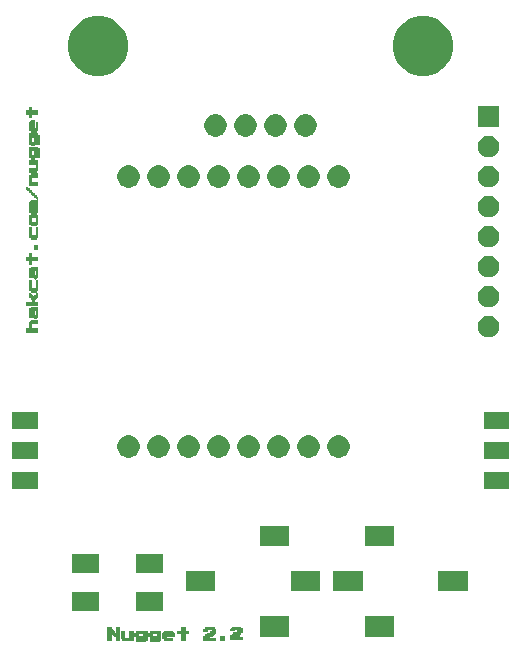
<source format=gts>
G04 #@! TF.GenerationSoftware,KiCad,Pcbnew,5.1.5+dfsg1-2build2*
G04 #@! TF.CreationDate,2022-05-17T22:25:56-07:00*
G04 #@! TF.ProjectId,v2.2-Dev-Kit,76322e32-2d44-4657-962d-4b69742e6b69,rev?*
G04 #@! TF.SameCoordinates,Original*
G04 #@! TF.FileFunction,Soldermask,Top*
G04 #@! TF.FilePolarity,Negative*
%FSLAX46Y46*%
G04 Gerber Fmt 4.6, Leading zero omitted, Abs format (unit mm)*
G04 Created by KiCad (PCBNEW 5.1.5+dfsg1-2build2) date 2022-05-17 22:25:56*
%MOMM*%
%LPD*%
G04 APERTURE LIST*
%ADD10C,0.010000*%
%ADD11C,0.150000*%
G04 APERTURE END LIST*
D10*
G36*
X-9630833Y-26246667D02*
G01*
X-9704917Y-26246667D01*
X-9754570Y-26249943D01*
X-9774933Y-26268430D01*
X-9778991Y-26315111D01*
X-9779000Y-26320750D01*
X-9779000Y-26394834D01*
X-10522389Y-26394834D01*
X-10515820Y-26315459D01*
X-10509250Y-26236084D01*
X-10218208Y-26230195D01*
X-9927167Y-26224306D01*
X-9927167Y-26119667D01*
X-10519833Y-26119667D01*
X-10519833Y-26045584D01*
X-10523110Y-25995931D01*
X-10541597Y-25975567D01*
X-10588278Y-25971509D01*
X-10593917Y-25971500D01*
X-10668000Y-25971500D01*
X-10668000Y-25675167D01*
X-10350500Y-25675167D01*
X-10350500Y-25950334D01*
X-9927167Y-25950334D01*
X-9927167Y-25675167D01*
X-10350500Y-25675167D01*
X-10668000Y-25675167D01*
X-10668000Y-25654000D01*
X-10593917Y-25654000D01*
X-10544264Y-25650724D01*
X-10523901Y-25632237D01*
X-10519843Y-25585556D01*
X-10519833Y-25579917D01*
X-10519833Y-25505834D01*
X-9630833Y-25505834D01*
X-9630833Y-26246667D01*
G37*
X-9630833Y-26246667D02*
X-9704917Y-26246667D01*
X-9754570Y-26249943D01*
X-9774933Y-26268430D01*
X-9778991Y-26315111D01*
X-9779000Y-26320750D01*
X-9779000Y-26394834D01*
X-10522389Y-26394834D01*
X-10515820Y-26315459D01*
X-10509250Y-26236084D01*
X-10218208Y-26230195D01*
X-9927167Y-26224306D01*
X-9927167Y-26119667D01*
X-10519833Y-26119667D01*
X-10519833Y-26045584D01*
X-10523110Y-25995931D01*
X-10541597Y-25975567D01*
X-10588278Y-25971509D01*
X-10593917Y-25971500D01*
X-10668000Y-25971500D01*
X-10668000Y-25675167D01*
X-10350500Y-25675167D01*
X-10350500Y-25950334D01*
X-9927167Y-25950334D01*
X-9927167Y-25675167D01*
X-10350500Y-25675167D01*
X-10668000Y-25675167D01*
X-10668000Y-25654000D01*
X-10593917Y-25654000D01*
X-10544264Y-25650724D01*
X-10523901Y-25632237D01*
X-10519843Y-25585556D01*
X-10519833Y-25579917D01*
X-10519833Y-25505834D01*
X-9630833Y-25505834D01*
X-9630833Y-26246667D01*
G36*
X-8466667Y-26246667D02*
G01*
X-8540750Y-26246667D01*
X-8590403Y-26249943D01*
X-8610766Y-26268430D01*
X-8614824Y-26315111D01*
X-8614833Y-26320750D01*
X-8614833Y-26394834D01*
X-9358222Y-26394834D01*
X-9351653Y-26315459D01*
X-9345083Y-26236084D01*
X-9054042Y-26230195D01*
X-8763000Y-26224306D01*
X-8763000Y-26119667D01*
X-9355667Y-26119667D01*
X-9355667Y-26045584D01*
X-9358943Y-25995931D01*
X-9377430Y-25975567D01*
X-9424111Y-25971509D01*
X-9429750Y-25971500D01*
X-9503833Y-25971500D01*
X-9503833Y-25675167D01*
X-9186333Y-25675167D01*
X-9186333Y-25950334D01*
X-8763000Y-25950334D01*
X-8763000Y-25675167D01*
X-9186333Y-25675167D01*
X-9503833Y-25675167D01*
X-9503833Y-25654000D01*
X-9429750Y-25654000D01*
X-9380097Y-25650724D01*
X-9359734Y-25632237D01*
X-9355676Y-25585556D01*
X-9355667Y-25579917D01*
X-9355667Y-25505834D01*
X-8466667Y-25505834D01*
X-8466667Y-26246667D01*
G37*
X-8466667Y-26246667D02*
X-8540750Y-26246667D01*
X-8590403Y-26249943D01*
X-8610766Y-26268430D01*
X-8614824Y-26315111D01*
X-8614833Y-26320750D01*
X-8614833Y-26394834D01*
X-9358222Y-26394834D01*
X-9351653Y-26315459D01*
X-9345083Y-26236084D01*
X-9054042Y-26230195D01*
X-8763000Y-26224306D01*
X-8763000Y-26119667D01*
X-9355667Y-26119667D01*
X-9355667Y-26045584D01*
X-9358943Y-25995931D01*
X-9377430Y-25975567D01*
X-9424111Y-25971509D01*
X-9429750Y-25971500D01*
X-9503833Y-25971500D01*
X-9503833Y-25675167D01*
X-9186333Y-25675167D01*
X-9186333Y-25950334D01*
X-8763000Y-25950334D01*
X-8763000Y-25675167D01*
X-9186333Y-25675167D01*
X-9503833Y-25675167D01*
X-9503833Y-25654000D01*
X-9429750Y-25654000D01*
X-9380097Y-25650724D01*
X-9359734Y-25632237D01*
X-9355676Y-25585556D01*
X-9355667Y-25579917D01*
X-9355667Y-25505834D01*
X-8466667Y-25505834D01*
X-8466667Y-26246667D01*
G36*
X-12678833Y-25283584D02*
G01*
X-12675557Y-25333236D01*
X-12657070Y-25353600D01*
X-12610389Y-25357658D01*
X-12604750Y-25357667D01*
X-12555097Y-25360943D01*
X-12534734Y-25379430D01*
X-12530676Y-25426111D01*
X-12530667Y-25431750D01*
X-12527390Y-25481403D01*
X-12508904Y-25501766D01*
X-12462222Y-25505824D01*
X-12456583Y-25505834D01*
X-12406931Y-25509110D01*
X-12386567Y-25527597D01*
X-12382509Y-25574278D01*
X-12382500Y-25579917D01*
X-12378960Y-25629691D01*
X-12361005Y-25650106D01*
X-12319000Y-25654000D01*
X-12255500Y-25654000D01*
X-12255500Y-25209500D01*
X-11959167Y-25209500D01*
X-11959167Y-26246667D01*
X-12255500Y-26246667D01*
X-12255500Y-25971500D01*
X-12329583Y-25971500D01*
X-12379236Y-25968224D01*
X-12399600Y-25949737D01*
X-12403658Y-25903056D01*
X-12403667Y-25897417D01*
X-12406943Y-25847764D01*
X-12425430Y-25827401D01*
X-12472111Y-25823343D01*
X-12477750Y-25823334D01*
X-12527403Y-25820057D01*
X-12547766Y-25801570D01*
X-12551824Y-25754889D01*
X-12551833Y-25749250D01*
X-12555373Y-25699476D01*
X-12573328Y-25679061D01*
X-12615333Y-25675167D01*
X-12678833Y-25675167D01*
X-12678833Y-26246667D01*
X-12996333Y-26246667D01*
X-12996333Y-25209500D01*
X-12678833Y-25209500D01*
X-12678833Y-25283584D01*
G37*
X-12678833Y-25283584D02*
X-12675557Y-25333236D01*
X-12657070Y-25353600D01*
X-12610389Y-25357658D01*
X-12604750Y-25357667D01*
X-12555097Y-25360943D01*
X-12534734Y-25379430D01*
X-12530676Y-25426111D01*
X-12530667Y-25431750D01*
X-12527390Y-25481403D01*
X-12508904Y-25501766D01*
X-12462222Y-25505824D01*
X-12456583Y-25505834D01*
X-12406931Y-25509110D01*
X-12386567Y-25527597D01*
X-12382509Y-25574278D01*
X-12382500Y-25579917D01*
X-12378960Y-25629691D01*
X-12361005Y-25650106D01*
X-12319000Y-25654000D01*
X-12255500Y-25654000D01*
X-12255500Y-25209500D01*
X-11959167Y-25209500D01*
X-11959167Y-26246667D01*
X-12255500Y-26246667D01*
X-12255500Y-25971500D01*
X-12329583Y-25971500D01*
X-12379236Y-25968224D01*
X-12399600Y-25949737D01*
X-12403658Y-25903056D01*
X-12403667Y-25897417D01*
X-12406943Y-25847764D01*
X-12425430Y-25827401D01*
X-12472111Y-25823343D01*
X-12477750Y-25823334D01*
X-12527403Y-25820057D01*
X-12547766Y-25801570D01*
X-12551824Y-25754889D01*
X-12551833Y-25749250D01*
X-12555373Y-25699476D01*
X-12573328Y-25679061D01*
X-12615333Y-25675167D01*
X-12678833Y-25675167D01*
X-12678833Y-26246667D01*
X-12996333Y-26246667D01*
X-12996333Y-25209500D01*
X-12678833Y-25209500D01*
X-12678833Y-25283584D01*
G36*
X-11514667Y-26098500D02*
G01*
X-11091333Y-26098500D01*
X-11091333Y-25505834D01*
X-10795000Y-25505834D01*
X-10795000Y-26246667D01*
X-11684000Y-26246667D01*
X-11684000Y-26184508D01*
X-11689542Y-26140853D01*
X-11714879Y-26121691D01*
X-11752792Y-26115716D01*
X-11821583Y-26109084D01*
X-11833329Y-25505834D01*
X-11514667Y-25505834D01*
X-11514667Y-26098500D01*
G37*
X-11514667Y-26098500D02*
X-11091333Y-26098500D01*
X-11091333Y-25505834D01*
X-10795000Y-25505834D01*
X-10795000Y-26246667D01*
X-11684000Y-26246667D01*
X-11684000Y-26184508D01*
X-11689542Y-26140853D01*
X-11714879Y-26121691D01*
X-11752792Y-26115716D01*
X-11821583Y-26109084D01*
X-11833329Y-25505834D01*
X-11514667Y-25505834D01*
X-11514667Y-26098500D01*
G36*
X-7450667Y-25579917D02*
G01*
X-7447390Y-25629570D01*
X-7428904Y-25649933D01*
X-7382222Y-25653991D01*
X-7376583Y-25654000D01*
X-7302500Y-25654000D01*
X-7302500Y-25971500D01*
X-8022167Y-25971500D01*
X-8022167Y-26098500D01*
X-7450667Y-26098500D01*
X-7450667Y-26246667D01*
X-8191500Y-26246667D01*
X-8191500Y-26184508D01*
X-8197042Y-26140853D01*
X-8222379Y-26121691D01*
X-8260292Y-26115716D01*
X-8329083Y-26109084D01*
X-8340540Y-25675167D01*
X-8022167Y-25675167D01*
X-8022167Y-25802167D01*
X-7598833Y-25802167D01*
X-7598833Y-25675167D01*
X-8022167Y-25675167D01*
X-8340540Y-25675167D01*
X-8341099Y-25654000D01*
X-8266300Y-25654000D01*
X-8216330Y-25650810D01*
X-8195711Y-25632704D01*
X-8191514Y-25586875D01*
X-8191500Y-25579917D01*
X-8191500Y-25505834D01*
X-7450667Y-25505834D01*
X-7450667Y-25579917D01*
G37*
X-7450667Y-25579917D02*
X-7447390Y-25629570D01*
X-7428904Y-25649933D01*
X-7382222Y-25653991D01*
X-7376583Y-25654000D01*
X-7302500Y-25654000D01*
X-7302500Y-25971500D01*
X-8022167Y-25971500D01*
X-8022167Y-26098500D01*
X-7450667Y-26098500D01*
X-7450667Y-26246667D01*
X-8191500Y-26246667D01*
X-8191500Y-26184508D01*
X-8197042Y-26140853D01*
X-8222379Y-26121691D01*
X-8260292Y-26115716D01*
X-8329083Y-26109084D01*
X-8340540Y-25675167D01*
X-8022167Y-25675167D01*
X-8022167Y-25802167D01*
X-7598833Y-25802167D01*
X-7598833Y-25675167D01*
X-8022167Y-25675167D01*
X-8340540Y-25675167D01*
X-8341099Y-25654000D01*
X-8266300Y-25654000D01*
X-8216330Y-25650810D01*
X-8195711Y-25632704D01*
X-8191514Y-25586875D01*
X-8191500Y-25579917D01*
X-8191500Y-25505834D01*
X-7450667Y-25505834D01*
X-7450667Y-25579917D01*
G36*
X-6577542Y-25213865D02*
G01*
X-6424083Y-25220084D01*
X-6417825Y-25362959D01*
X-6411566Y-25505834D01*
X-6138333Y-25505834D01*
X-6138333Y-25675167D01*
X-6413500Y-25675167D01*
X-6413500Y-26246667D01*
X-6731000Y-26246667D01*
X-6731000Y-25675167D01*
X-7027333Y-25675167D01*
X-7027333Y-25505834D01*
X-6731000Y-25505834D01*
X-6731000Y-25207646D01*
X-6577542Y-25213865D01*
G37*
X-6577542Y-25213865D02*
X-6424083Y-25220084D01*
X-6417825Y-25362959D01*
X-6411566Y-25505834D01*
X-6138333Y-25505834D01*
X-6138333Y-25675167D01*
X-6413500Y-25675167D01*
X-6413500Y-26246667D01*
X-6731000Y-26246667D01*
X-6731000Y-25675167D01*
X-7027333Y-25675167D01*
X-7027333Y-25505834D01*
X-6731000Y-25505834D01*
X-6731000Y-25207646D01*
X-6577542Y-25213865D01*
G36*
X-3958167Y-25283584D02*
G01*
X-3954890Y-25333236D01*
X-3936404Y-25353600D01*
X-3889722Y-25357658D01*
X-3884083Y-25357667D01*
X-3810000Y-25357667D01*
X-3810000Y-25675167D01*
X-3884083Y-25675167D01*
X-3933736Y-25678443D01*
X-3954100Y-25696930D01*
X-3958158Y-25743611D01*
X-3958167Y-25749250D01*
X-3961748Y-25799050D01*
X-3979657Y-25819474D01*
X-4020326Y-25823334D01*
X-4063981Y-25828875D01*
X-4083143Y-25854213D01*
X-4089117Y-25892125D01*
X-4095750Y-25960917D01*
X-4238625Y-25967176D01*
X-4314249Y-25971183D01*
X-4356974Y-25977878D01*
X-4376194Y-25991786D01*
X-4381302Y-26017427D01*
X-4381500Y-26035967D01*
X-4381500Y-26098500D01*
X-3810000Y-26098500D01*
X-3810000Y-26246667D01*
X-4847167Y-26246667D01*
X-4847167Y-25950334D01*
X-4773083Y-25950334D01*
X-4723431Y-25947057D01*
X-4703067Y-25928570D01*
X-4699009Y-25881889D01*
X-4699000Y-25876250D01*
X-4695724Y-25826597D01*
X-4677237Y-25806234D01*
X-4630556Y-25802176D01*
X-4624917Y-25802167D01*
X-4575264Y-25798890D01*
X-4554901Y-25780404D01*
X-4550843Y-25733722D01*
X-4550833Y-25728084D01*
X-4550833Y-25654000D01*
X-4254500Y-25654000D01*
X-4254500Y-25579917D01*
X-4251224Y-25530264D01*
X-4232737Y-25509901D01*
X-4186056Y-25505843D01*
X-4180417Y-25505834D01*
X-4130643Y-25502294D01*
X-4110228Y-25484339D01*
X-4106333Y-25442334D01*
X-4106333Y-25378834D01*
X-4529667Y-25378834D01*
X-4529667Y-25527000D01*
X-4847167Y-25527000D01*
X-4847167Y-25442334D01*
X-4844924Y-25388124D01*
X-4831076Y-25364034D01*
X-4794944Y-25357856D01*
X-4773083Y-25357667D01*
X-4723431Y-25354390D01*
X-4703067Y-25335904D01*
X-4699009Y-25289222D01*
X-4699000Y-25283584D01*
X-4699000Y-25209500D01*
X-3958167Y-25209500D01*
X-3958167Y-25283584D01*
G37*
X-3958167Y-25283584D02*
X-3954890Y-25333236D01*
X-3936404Y-25353600D01*
X-3889722Y-25357658D01*
X-3884083Y-25357667D01*
X-3810000Y-25357667D01*
X-3810000Y-25675167D01*
X-3884083Y-25675167D01*
X-3933736Y-25678443D01*
X-3954100Y-25696930D01*
X-3958158Y-25743611D01*
X-3958167Y-25749250D01*
X-3961748Y-25799050D01*
X-3979657Y-25819474D01*
X-4020326Y-25823334D01*
X-4063981Y-25828875D01*
X-4083143Y-25854213D01*
X-4089117Y-25892125D01*
X-4095750Y-25960917D01*
X-4238625Y-25967176D01*
X-4314249Y-25971183D01*
X-4356974Y-25977878D01*
X-4376194Y-25991786D01*
X-4381302Y-26017427D01*
X-4381500Y-26035967D01*
X-4381500Y-26098500D01*
X-3810000Y-26098500D01*
X-3810000Y-26246667D01*
X-4847167Y-26246667D01*
X-4847167Y-25950334D01*
X-4773083Y-25950334D01*
X-4723431Y-25947057D01*
X-4703067Y-25928570D01*
X-4699009Y-25881889D01*
X-4699000Y-25876250D01*
X-4695724Y-25826597D01*
X-4677237Y-25806234D01*
X-4630556Y-25802176D01*
X-4624917Y-25802167D01*
X-4575264Y-25798890D01*
X-4554901Y-25780404D01*
X-4550843Y-25733722D01*
X-4550833Y-25728084D01*
X-4550833Y-25654000D01*
X-4254500Y-25654000D01*
X-4254500Y-25579917D01*
X-4251224Y-25530264D01*
X-4232737Y-25509901D01*
X-4186056Y-25505843D01*
X-4180417Y-25505834D01*
X-4130643Y-25502294D01*
X-4110228Y-25484339D01*
X-4106333Y-25442334D01*
X-4106333Y-25378834D01*
X-4529667Y-25378834D01*
X-4529667Y-25527000D01*
X-4847167Y-25527000D01*
X-4847167Y-25442334D01*
X-4844924Y-25388124D01*
X-4831076Y-25364034D01*
X-4794944Y-25357856D01*
X-4773083Y-25357667D01*
X-4723431Y-25354390D01*
X-4703067Y-25335904D01*
X-4699009Y-25289222D01*
X-4699000Y-25283584D01*
X-4699000Y-25209500D01*
X-3958167Y-25209500D01*
X-3958167Y-25283584D01*
G36*
X-3069167Y-26246667D02*
G01*
X-3386667Y-26246667D01*
X-3386667Y-25950334D01*
X-3069167Y-25950334D01*
X-3069167Y-26246667D01*
G37*
X-3069167Y-26246667D02*
X-3386667Y-26246667D01*
X-3386667Y-25950334D01*
X-3069167Y-25950334D01*
X-3069167Y-26246667D01*
G36*
X-18944167Y-13419667D02*
G01*
X-20997333Y-13419667D01*
X-20997333Y-12086167D01*
X-18944167Y-12086167D01*
X-18944167Y-13419667D01*
G37*
X-18944167Y-13419667D02*
X-20997333Y-13419667D01*
X-20997333Y-12086167D01*
X-18944167Y-12086167D01*
X-18944167Y-13419667D01*
G36*
X20997333Y-13419667D02*
G01*
X18944167Y-13419667D01*
X18944167Y-12086167D01*
X20997333Y-12086167D01*
X20997333Y-13419667D01*
G37*
X20997333Y-13419667D02*
X18944167Y-13419667D01*
X18944167Y-12086167D01*
X20997333Y-12086167D01*
X20997333Y-13419667D01*
G36*
X-18944167Y-10879667D02*
G01*
X-20997333Y-10879667D01*
X-20997333Y-9546167D01*
X-18944167Y-9546167D01*
X-18944167Y-10879667D01*
G37*
X-18944167Y-10879667D02*
X-20997333Y-10879667D01*
X-20997333Y-9546167D01*
X-18944167Y-9546167D01*
X-18944167Y-10879667D01*
G36*
X20997333Y-10879667D02*
G01*
X18944167Y-10879667D01*
X18944167Y-9546167D01*
X20997333Y-9546167D01*
X20997333Y-10879667D01*
G37*
X20997333Y-10879667D02*
X18944167Y-10879667D01*
X18944167Y-9546167D01*
X20997333Y-9546167D01*
X20997333Y-10879667D01*
G36*
X-18944167Y-8339667D02*
G01*
X-20997333Y-8339667D01*
X-20997333Y-7006167D01*
X-18944167Y-7006167D01*
X-18944167Y-8339667D01*
G37*
X-18944167Y-8339667D02*
X-20997333Y-8339667D01*
X-20997333Y-7006167D01*
X-18944167Y-7006167D01*
X-18944167Y-8339667D01*
G36*
X20997333Y-8339667D02*
G01*
X18944167Y-8339667D01*
X18944167Y-7006167D01*
X20997333Y-7006167D01*
X20997333Y-8339667D01*
G37*
X20997333Y-8339667D02*
X18944167Y-8339667D01*
X18944167Y-7006167D01*
X20997333Y-7006167D01*
X20997333Y-8339667D01*
G36*
X-18880667Y529166D02*
G01*
X-19452167Y529166D01*
X-19452167Y105833D01*
X-18880667Y105833D01*
X-18880667Y-190500D01*
X-19875500Y-190500D01*
X-19875500Y105833D01*
X-19600333Y105833D01*
X-19600333Y677333D01*
X-19526250Y677333D01*
X-19476597Y680610D01*
X-19456234Y699096D01*
X-19452176Y745778D01*
X-19452167Y751416D01*
X-19452167Y825500D01*
X-18880667Y825500D01*
X-18880667Y529166D01*
G37*
X-18880667Y529166D02*
X-19452167Y529166D01*
X-19452167Y105833D01*
X-18880667Y105833D01*
X-18880667Y-190500D01*
X-19875500Y-190500D01*
X-19875500Y105833D01*
X-19600333Y105833D01*
X-19600333Y677333D01*
X-19526250Y677333D01*
X-19476597Y680610D01*
X-19456234Y699096D01*
X-19452176Y745778D01*
X-19452167Y751416D01*
X-19452167Y825500D01*
X-18880667Y825500D01*
X-18880667Y529166D01*
G36*
X-18880667Y1079500D02*
G01*
X-18954750Y1079500D01*
X-19004524Y1075960D01*
X-19024939Y1058005D01*
X-19028833Y1016000D01*
X-19032963Y973337D01*
X-19053911Y955838D01*
X-19102917Y952500D01*
X-19152691Y956040D01*
X-19173106Y973995D01*
X-19177000Y1016000D01*
X-19181130Y1058663D01*
X-19202078Y1076162D01*
X-19251083Y1079500D01*
X-19325167Y1079500D01*
X-19325167Y1651000D01*
X-19155833Y1651000D01*
X-19155833Y1248833D01*
X-19028833Y1248833D01*
X-19028833Y1651000D01*
X-19155833Y1651000D01*
X-19325167Y1651000D01*
X-19452167Y1651000D01*
X-19452167Y1079500D01*
X-19600333Y1079500D01*
X-19600333Y1799166D01*
X-19526250Y1799166D01*
X-19476597Y1802443D01*
X-19456234Y1820930D01*
X-19452176Y1867611D01*
X-19452167Y1873250D01*
X-19452167Y1947333D01*
X-18880667Y1947333D01*
X-18880667Y1079500D01*
G37*
X-18880667Y1079500D02*
X-18954750Y1079500D01*
X-19004524Y1075960D01*
X-19024939Y1058005D01*
X-19028833Y1016000D01*
X-19032963Y973337D01*
X-19053911Y955838D01*
X-19102917Y952500D01*
X-19152691Y956040D01*
X-19173106Y973995D01*
X-19177000Y1016000D01*
X-19181130Y1058663D01*
X-19202078Y1076162D01*
X-19251083Y1079500D01*
X-19325167Y1079500D01*
X-19325167Y1651000D01*
X-19155833Y1651000D01*
X-19155833Y1248833D01*
X-19028833Y1248833D01*
X-19028833Y1651000D01*
X-19155833Y1651000D01*
X-19325167Y1651000D01*
X-19452167Y1651000D01*
X-19452167Y1079500D01*
X-19600333Y1079500D01*
X-19600333Y1799166D01*
X-19526250Y1799166D01*
X-19476597Y1802443D01*
X-19456234Y1820930D01*
X-19452176Y1867611D01*
X-19452167Y1873250D01*
X-19452167Y1947333D01*
X-18880667Y1947333D01*
X-18880667Y1079500D01*
G36*
X-19476476Y3065627D02*
G01*
X-19456061Y3047672D01*
X-19452167Y3005666D01*
X-19448037Y2963003D01*
X-19427089Y2945505D01*
X-19378083Y2942166D01*
X-19328431Y2938890D01*
X-19308067Y2920403D01*
X-19304009Y2873722D01*
X-19304000Y2868083D01*
X-19300460Y2818309D01*
X-19282505Y2797894D01*
X-19240500Y2794000D01*
X-19197837Y2798130D01*
X-19180338Y2819077D01*
X-19177000Y2868083D01*
X-19173724Y2917736D01*
X-19155237Y2938099D01*
X-19108556Y2942157D01*
X-19102917Y2942166D01*
X-19053143Y2945706D01*
X-19032728Y2963661D01*
X-19028833Y3005666D01*
X-19024704Y3048330D01*
X-19003756Y3065828D01*
X-18954750Y3069166D01*
X-18880667Y3069166D01*
X-18880667Y2772833D01*
X-18954750Y2772833D01*
X-19004403Y2769557D01*
X-19024766Y2751070D01*
X-19028824Y2704389D01*
X-19028833Y2698750D01*
X-19032373Y2648976D01*
X-19050328Y2628561D01*
X-19092333Y2624666D01*
X-19127483Y2623003D01*
X-19146455Y2611362D01*
X-19154238Y2579765D01*
X-19155822Y2518234D01*
X-19155833Y2497666D01*
X-19155833Y2370666D01*
X-18880667Y2370666D01*
X-18880667Y2074333D01*
X-19875500Y2074333D01*
X-19875500Y2370666D01*
X-19325167Y2370666D01*
X-19325167Y2497666D01*
X-19325998Y2567965D01*
X-19331819Y2605909D01*
X-19347617Y2621475D01*
X-19378383Y2624643D01*
X-19388667Y2624666D01*
X-19431330Y2628796D01*
X-19448829Y2649744D01*
X-19452167Y2698750D01*
X-19455443Y2748403D01*
X-19473930Y2768766D01*
X-19520611Y2772824D01*
X-19526250Y2772833D01*
X-19600333Y2772833D01*
X-19600333Y3069166D01*
X-19526250Y3069166D01*
X-19476476Y3065627D01*
G37*
X-19476476Y3065627D02*
X-19456061Y3047672D01*
X-19452167Y3005666D01*
X-19448037Y2963003D01*
X-19427089Y2945505D01*
X-19378083Y2942166D01*
X-19328431Y2938890D01*
X-19308067Y2920403D01*
X-19304009Y2873722D01*
X-19304000Y2868083D01*
X-19300460Y2818309D01*
X-19282505Y2797894D01*
X-19240500Y2794000D01*
X-19197837Y2798130D01*
X-19180338Y2819077D01*
X-19177000Y2868083D01*
X-19173724Y2917736D01*
X-19155237Y2938099D01*
X-19108556Y2942157D01*
X-19102917Y2942166D01*
X-19053143Y2945706D01*
X-19032728Y2963661D01*
X-19028833Y3005666D01*
X-19024704Y3048330D01*
X-19003756Y3065828D01*
X-18954750Y3069166D01*
X-18880667Y3069166D01*
X-18880667Y2772833D01*
X-18954750Y2772833D01*
X-19004403Y2769557D01*
X-19024766Y2751070D01*
X-19028824Y2704389D01*
X-19028833Y2698750D01*
X-19032373Y2648976D01*
X-19050328Y2628561D01*
X-19092333Y2624666D01*
X-19127483Y2623003D01*
X-19146455Y2611362D01*
X-19154238Y2579765D01*
X-19155822Y2518234D01*
X-19155833Y2497666D01*
X-19155833Y2370666D01*
X-18880667Y2370666D01*
X-18880667Y2074333D01*
X-19875500Y2074333D01*
X-19875500Y2370666D01*
X-19325167Y2370666D01*
X-19325167Y2497666D01*
X-19325998Y2567965D01*
X-19331819Y2605909D01*
X-19347617Y2621475D01*
X-19378383Y2624643D01*
X-19388667Y2624666D01*
X-19431330Y2628796D01*
X-19448829Y2649744D01*
X-19452167Y2698750D01*
X-19455443Y2748403D01*
X-19473930Y2768766D01*
X-19520611Y2772824D01*
X-19526250Y2772833D01*
X-19600333Y2772833D01*
X-19600333Y3069166D01*
X-19526250Y3069166D01*
X-19476476Y3065627D01*
G36*
X-19452167Y3492500D02*
G01*
X-19028833Y3492500D01*
X-19028833Y4212166D01*
X-18880667Y4212166D01*
X-18880667Y3344333D01*
X-18954750Y3344333D01*
X-19004403Y3341057D01*
X-19024766Y3322570D01*
X-19028824Y3275889D01*
X-19028833Y3270250D01*
X-19028833Y3196166D01*
X-19452167Y3196166D01*
X-19452167Y3270250D01*
X-19455443Y3319903D01*
X-19473930Y3340266D01*
X-19520611Y3344324D01*
X-19526250Y3344333D01*
X-19600333Y3344333D01*
X-19600333Y4212166D01*
X-19452167Y4212166D01*
X-19452167Y3492500D01*
G37*
X-19452167Y3492500D02*
X-19028833Y3492500D01*
X-19028833Y4212166D01*
X-18880667Y4212166D01*
X-18880667Y3344333D01*
X-18954750Y3344333D01*
X-19004403Y3341057D01*
X-19024766Y3322570D01*
X-19028824Y3275889D01*
X-19028833Y3270250D01*
X-19028833Y3196166D01*
X-19452167Y3196166D01*
X-19452167Y3270250D01*
X-19455443Y3319903D01*
X-19473930Y3340266D01*
X-19520611Y3344324D01*
X-19526250Y3344333D01*
X-19600333Y3344333D01*
X-19600333Y4212166D01*
X-19452167Y4212166D01*
X-19452167Y3492500D01*
G36*
X-18880667Y4466166D02*
G01*
X-18954750Y4466166D01*
X-19004403Y4462890D01*
X-19024766Y4444403D01*
X-19028824Y4397722D01*
X-19028833Y4392083D01*
X-19032110Y4342430D01*
X-19050597Y4322067D01*
X-19097278Y4318009D01*
X-19102917Y4318000D01*
X-19152570Y4321276D01*
X-19172933Y4339763D01*
X-19176991Y4386444D01*
X-19177000Y4392083D01*
X-19180277Y4441736D01*
X-19198763Y4462099D01*
X-19245445Y4466157D01*
X-19251083Y4466166D01*
X-19325167Y4466166D01*
X-19325167Y5037666D01*
X-19155833Y5037666D01*
X-19155833Y4635500D01*
X-19028833Y4635500D01*
X-19028833Y5037666D01*
X-19155833Y5037666D01*
X-19325167Y5037666D01*
X-19452167Y5037666D01*
X-19452167Y4466166D01*
X-19600333Y4466166D01*
X-19600333Y5185833D01*
X-19526250Y5185833D01*
X-19476597Y5189110D01*
X-19456234Y5207596D01*
X-19452176Y5254278D01*
X-19452167Y5259916D01*
X-19452167Y5334000D01*
X-18880667Y5334000D01*
X-18880667Y4466166D01*
G37*
X-18880667Y4466166D02*
X-18954750Y4466166D01*
X-19004403Y4462890D01*
X-19024766Y4444403D01*
X-19028824Y4397722D01*
X-19028833Y4392083D01*
X-19032110Y4342430D01*
X-19050597Y4322067D01*
X-19097278Y4318009D01*
X-19102917Y4318000D01*
X-19152570Y4321276D01*
X-19172933Y4339763D01*
X-19176991Y4386444D01*
X-19177000Y4392083D01*
X-19180277Y4441736D01*
X-19198763Y4462099D01*
X-19245445Y4466157D01*
X-19251083Y4466166D01*
X-19325167Y4466166D01*
X-19325167Y5037666D01*
X-19155833Y5037666D01*
X-19155833Y4635500D01*
X-19028833Y4635500D01*
X-19028833Y5037666D01*
X-19155833Y5037666D01*
X-19325167Y5037666D01*
X-19452167Y5037666D01*
X-19452167Y4466166D01*
X-19600333Y4466166D01*
X-19600333Y5185833D01*
X-19526250Y5185833D01*
X-19476597Y5189110D01*
X-19456234Y5207596D01*
X-19452176Y5254278D01*
X-19452167Y5259916D01*
X-19452167Y5334000D01*
X-18880667Y5334000D01*
X-18880667Y4466166D01*
G36*
X-19452167Y6180666D02*
G01*
X-18880667Y6180666D01*
X-18880667Y5884333D01*
X-19452167Y5884333D01*
X-19452167Y5588000D01*
X-19600333Y5588000D01*
X-19600333Y5884333D01*
X-19875500Y5884333D01*
X-19875500Y6180666D01*
X-19600333Y6180666D01*
X-19600333Y6455833D01*
X-19452167Y6455833D01*
X-19452167Y6180666D01*
G37*
X-19452167Y6180666D02*
X-18880667Y6180666D01*
X-18880667Y5884333D01*
X-19452167Y5884333D01*
X-19452167Y5588000D01*
X-19600333Y5588000D01*
X-19600333Y5884333D01*
X-19875500Y5884333D01*
X-19875500Y6180666D01*
X-19600333Y6180666D01*
X-19600333Y6455833D01*
X-19452167Y6455833D01*
X-19452167Y6180666D01*
G36*
X-18880667Y6858000D02*
G01*
X-19177000Y6858000D01*
X-19177000Y7175500D01*
X-18880667Y7175500D01*
X-18880667Y6858000D01*
G37*
X-18880667Y6858000D02*
X-19177000Y6858000D01*
X-19177000Y7175500D01*
X-18880667Y7175500D01*
X-18880667Y6858000D01*
G36*
X-19452167Y8022166D02*
G01*
X-19028833Y8022166D01*
X-19028833Y8720666D01*
X-18880667Y8720666D01*
X-18880667Y7852833D01*
X-18954750Y7852833D01*
X-19004403Y7849557D01*
X-19024766Y7831070D01*
X-19028824Y7784389D01*
X-19028833Y7778750D01*
X-19028833Y7704666D01*
X-19452167Y7704666D01*
X-19452167Y7778750D01*
X-19455443Y7828403D01*
X-19473930Y7848766D01*
X-19520611Y7852824D01*
X-19526250Y7852833D01*
X-19600333Y7852833D01*
X-19600333Y8720666D01*
X-19452167Y8720666D01*
X-19452167Y8022166D01*
G37*
X-19452167Y8022166D02*
X-19028833Y8022166D01*
X-19028833Y8720666D01*
X-18880667Y8720666D01*
X-18880667Y7852833D01*
X-18954750Y7852833D01*
X-19004403Y7849557D01*
X-19024766Y7831070D01*
X-19028824Y7784389D01*
X-19028833Y7778750D01*
X-19028833Y7704666D01*
X-19452167Y7704666D01*
X-19452167Y7778750D01*
X-19455443Y7828403D01*
X-19473930Y7848766D01*
X-19520611Y7852824D01*
X-19526250Y7852833D01*
X-19600333Y7852833D01*
X-19600333Y8720666D01*
X-19452167Y8720666D01*
X-19452167Y8022166D01*
G36*
X-19028833Y9779000D02*
G01*
X-19024704Y9736337D01*
X-19003756Y9718838D01*
X-18954750Y9715500D01*
X-18880667Y9715500D01*
X-18880667Y8974666D01*
X-18954750Y8974666D01*
X-19004524Y8971127D01*
X-19024939Y8953172D01*
X-19028833Y8911166D01*
X-19028833Y8847666D01*
X-19452167Y8847666D01*
X-19452167Y8911166D01*
X-19456297Y8953830D01*
X-19477244Y8971328D01*
X-19526250Y8974666D01*
X-19600333Y8974666D01*
X-19600333Y9546166D01*
X-19452167Y9546166D01*
X-19452167Y9144000D01*
X-19028833Y9144000D01*
X-19028833Y9546166D01*
X-19452167Y9546166D01*
X-19600333Y9546166D01*
X-19600333Y9715500D01*
X-19526250Y9715500D01*
X-19476476Y9719040D01*
X-19456061Y9736995D01*
X-19452167Y9779000D01*
X-19452167Y9842500D01*
X-19028833Y9842500D01*
X-19028833Y9779000D01*
G37*
X-19028833Y9779000D02*
X-19024704Y9736337D01*
X-19003756Y9718838D01*
X-18954750Y9715500D01*
X-18880667Y9715500D01*
X-18880667Y8974666D01*
X-18954750Y8974666D01*
X-19004524Y8971127D01*
X-19024939Y8953172D01*
X-19028833Y8911166D01*
X-19028833Y8847666D01*
X-19452167Y8847666D01*
X-19452167Y8911166D01*
X-19456297Y8953830D01*
X-19477244Y8971328D01*
X-19526250Y8974666D01*
X-19600333Y8974666D01*
X-19600333Y9546166D01*
X-19452167Y9546166D01*
X-19452167Y9144000D01*
X-19028833Y9144000D01*
X-19028833Y9546166D01*
X-19452167Y9546166D01*
X-19600333Y9546166D01*
X-19600333Y9715500D01*
X-19526250Y9715500D01*
X-19476476Y9719040D01*
X-19456061Y9736995D01*
X-19452167Y9779000D01*
X-19452167Y9842500D01*
X-19028833Y9842500D01*
X-19028833Y9779000D01*
G36*
X-18880667Y10668000D02*
G01*
X-19452167Y10668000D01*
X-19452167Y10562166D01*
X-18880667Y10562166D01*
X-18880667Y10244666D01*
X-19452167Y10244666D01*
X-19452167Y10138833D01*
X-18880667Y10138833D01*
X-18880667Y9969500D01*
X-19600333Y9969500D01*
X-19600333Y10837333D01*
X-19526250Y10837333D01*
X-19476597Y10840610D01*
X-19456234Y10859096D01*
X-19452176Y10905778D01*
X-19452167Y10911416D01*
X-19452167Y10985500D01*
X-18880667Y10985500D01*
X-18880667Y10668000D01*
G37*
X-18880667Y10668000D02*
X-19452167Y10668000D01*
X-19452167Y10562166D01*
X-18880667Y10562166D01*
X-18880667Y10244666D01*
X-19452167Y10244666D01*
X-19452167Y10138833D01*
X-18880667Y10138833D01*
X-18880667Y9969500D01*
X-19600333Y9969500D01*
X-19600333Y10837333D01*
X-19526250Y10837333D01*
X-19476597Y10840610D01*
X-19456234Y10859096D01*
X-19452176Y10905778D01*
X-19452167Y10911416D01*
X-19452167Y10985500D01*
X-18880667Y10985500D01*
X-18880667Y10668000D01*
G36*
X-19751764Y12104057D02*
G01*
X-19731401Y12085570D01*
X-19727343Y12038889D01*
X-19727333Y12033250D01*
X-19724057Y11983597D01*
X-19705570Y11963234D01*
X-19658889Y11959176D01*
X-19653250Y11959166D01*
X-19603476Y11955627D01*
X-19583061Y11937672D01*
X-19579167Y11895666D01*
X-19573922Y11850689D01*
X-19549182Y11834112D01*
X-19515667Y11832166D01*
X-19473004Y11828037D01*
X-19455505Y11807089D01*
X-19452167Y11758083D01*
X-19448890Y11708430D01*
X-19430404Y11688067D01*
X-19383722Y11684009D01*
X-19378083Y11684000D01*
X-19328431Y11680723D01*
X-19308067Y11662237D01*
X-19304009Y11615555D01*
X-19304000Y11609916D01*
X-19300724Y11560264D01*
X-19282237Y11539900D01*
X-19235556Y11535842D01*
X-19229917Y11535833D01*
X-19180143Y11532293D01*
X-19159728Y11514338D01*
X-19155833Y11472333D01*
X-19150589Y11427356D01*
X-19125849Y11410779D01*
X-19092333Y11408833D01*
X-19049670Y11404703D01*
X-19032172Y11383756D01*
X-19028833Y11334750D01*
X-19025557Y11285097D01*
X-19007070Y11264734D01*
X-18960389Y11260676D01*
X-18954750Y11260666D01*
X-18907317Y11258103D01*
X-18886238Y11242277D01*
X-18880832Y11200983D01*
X-18880667Y11176000D01*
X-18882910Y11121791D01*
X-18896758Y11097700D01*
X-18932890Y11091522D01*
X-18954750Y11091333D01*
X-19004403Y11094610D01*
X-19024766Y11113096D01*
X-19028824Y11159778D01*
X-19028833Y11165416D01*
X-19032110Y11215069D01*
X-19050597Y11235433D01*
X-19097278Y11239491D01*
X-19102917Y11239500D01*
X-19152570Y11242776D01*
X-19172933Y11261263D01*
X-19176991Y11307944D01*
X-19177000Y11313583D01*
X-19180277Y11363236D01*
X-19198763Y11383599D01*
X-19245445Y11387657D01*
X-19251083Y11387666D01*
X-19300857Y11391206D01*
X-19321272Y11409161D01*
X-19325167Y11451166D01*
X-19330412Y11496144D01*
X-19355152Y11512721D01*
X-19388667Y11514666D01*
X-19431330Y11518796D01*
X-19448829Y11539744D01*
X-19452167Y11588750D01*
X-19455443Y11638403D01*
X-19473930Y11658766D01*
X-19520611Y11662824D01*
X-19526250Y11662833D01*
X-19575903Y11666110D01*
X-19596266Y11684596D01*
X-19600324Y11731278D01*
X-19600333Y11736916D01*
X-19603610Y11786569D01*
X-19622097Y11806933D01*
X-19668778Y11810991D01*
X-19674417Y11811000D01*
X-19724191Y11814540D01*
X-19744606Y11832495D01*
X-19748500Y11874500D01*
X-19753745Y11919477D01*
X-19778485Y11936054D01*
X-19812000Y11938000D01*
X-19852717Y11941343D01*
X-19870817Y11959461D01*
X-19875400Y12004486D01*
X-19875500Y12022666D01*
X-19873257Y12076876D01*
X-19859409Y12100966D01*
X-19823277Y12107144D01*
X-19801417Y12107333D01*
X-19751764Y12104057D01*
G37*
X-19751764Y12104057D02*
X-19731401Y12085570D01*
X-19727343Y12038889D01*
X-19727333Y12033250D01*
X-19724057Y11983597D01*
X-19705570Y11963234D01*
X-19658889Y11959176D01*
X-19653250Y11959166D01*
X-19603476Y11955627D01*
X-19583061Y11937672D01*
X-19579167Y11895666D01*
X-19573922Y11850689D01*
X-19549182Y11834112D01*
X-19515667Y11832166D01*
X-19473004Y11828037D01*
X-19455505Y11807089D01*
X-19452167Y11758083D01*
X-19448890Y11708430D01*
X-19430404Y11688067D01*
X-19383722Y11684009D01*
X-19378083Y11684000D01*
X-19328431Y11680723D01*
X-19308067Y11662237D01*
X-19304009Y11615555D01*
X-19304000Y11609916D01*
X-19300724Y11560264D01*
X-19282237Y11539900D01*
X-19235556Y11535842D01*
X-19229917Y11535833D01*
X-19180143Y11532293D01*
X-19159728Y11514338D01*
X-19155833Y11472333D01*
X-19150589Y11427356D01*
X-19125849Y11410779D01*
X-19092333Y11408833D01*
X-19049670Y11404703D01*
X-19032172Y11383756D01*
X-19028833Y11334750D01*
X-19025557Y11285097D01*
X-19007070Y11264734D01*
X-18960389Y11260676D01*
X-18954750Y11260666D01*
X-18907317Y11258103D01*
X-18886238Y11242277D01*
X-18880832Y11200983D01*
X-18880667Y11176000D01*
X-18882910Y11121791D01*
X-18896758Y11097700D01*
X-18932890Y11091522D01*
X-18954750Y11091333D01*
X-19004403Y11094610D01*
X-19024766Y11113096D01*
X-19028824Y11159778D01*
X-19028833Y11165416D01*
X-19032110Y11215069D01*
X-19050597Y11235433D01*
X-19097278Y11239491D01*
X-19102917Y11239500D01*
X-19152570Y11242776D01*
X-19172933Y11261263D01*
X-19176991Y11307944D01*
X-19177000Y11313583D01*
X-19180277Y11363236D01*
X-19198763Y11383599D01*
X-19245445Y11387657D01*
X-19251083Y11387666D01*
X-19300857Y11391206D01*
X-19321272Y11409161D01*
X-19325167Y11451166D01*
X-19330412Y11496144D01*
X-19355152Y11512721D01*
X-19388667Y11514666D01*
X-19431330Y11518796D01*
X-19448829Y11539744D01*
X-19452167Y11588750D01*
X-19455443Y11638403D01*
X-19473930Y11658766D01*
X-19520611Y11662824D01*
X-19526250Y11662833D01*
X-19575903Y11666110D01*
X-19596266Y11684596D01*
X-19600324Y11731278D01*
X-19600333Y11736916D01*
X-19603610Y11786569D01*
X-19622097Y11806933D01*
X-19668778Y11810991D01*
X-19674417Y11811000D01*
X-19724191Y11814540D01*
X-19744606Y11832495D01*
X-19748500Y11874500D01*
X-19753745Y11919477D01*
X-19778485Y11936054D01*
X-19812000Y11938000D01*
X-19852717Y11941343D01*
X-19870817Y11959461D01*
X-19875400Y12004486D01*
X-19875500Y12022666D01*
X-19873257Y12076876D01*
X-19859409Y12100966D01*
X-19823277Y12107144D01*
X-19801417Y12107333D01*
X-19751764Y12104057D01*
G36*
X-18880667Y12932833D02*
G01*
X-19452167Y12932833D01*
X-19452167Y12530666D01*
X-18880667Y12530666D01*
X-18880667Y12234333D01*
X-19600333Y12234333D01*
X-19600333Y13102166D01*
X-19526250Y13102166D01*
X-19476476Y13105706D01*
X-19456061Y13123661D01*
X-19452167Y13165666D01*
X-19452167Y13229166D01*
X-18880667Y13229166D01*
X-18880667Y12932833D01*
G37*
X-18880667Y12932833D02*
X-19452167Y12932833D01*
X-19452167Y12530666D01*
X-18880667Y12530666D01*
X-18880667Y12234333D01*
X-19600333Y12234333D01*
X-19600333Y13102166D01*
X-19526250Y13102166D01*
X-19476476Y13105706D01*
X-19456061Y13123661D01*
X-19452167Y13165666D01*
X-19452167Y13229166D01*
X-18880667Y13229166D01*
X-18880667Y12932833D01*
G36*
X-18880667Y13504333D02*
G01*
X-18954750Y13504333D01*
X-19004403Y13501057D01*
X-19024766Y13482570D01*
X-19028824Y13435889D01*
X-19028833Y13430250D01*
X-19028833Y13356166D01*
X-19600333Y13356166D01*
X-19600333Y13652500D01*
X-19028833Y13652500D01*
X-19028833Y14054666D01*
X-19600333Y14054666D01*
X-19600333Y14372166D01*
X-18880667Y14372166D01*
X-18880667Y13504333D01*
G37*
X-18880667Y13504333D02*
X-18954750Y13504333D01*
X-19004403Y13501057D01*
X-19024766Y13482570D01*
X-19028824Y13435889D01*
X-19028833Y13430250D01*
X-19028833Y13356166D01*
X-19600333Y13356166D01*
X-19600333Y13652500D01*
X-19028833Y13652500D01*
X-19028833Y14054666D01*
X-19600333Y14054666D01*
X-19600333Y14372166D01*
X-18880667Y14372166D01*
X-18880667Y13504333D01*
G36*
X-18880667Y15419916D02*
G01*
X-18877390Y15370264D01*
X-18858904Y15349900D01*
X-18812222Y15345842D01*
X-18806583Y15345833D01*
X-18732500Y15345833D01*
X-18732500Y14626166D01*
X-18901833Y14626166D01*
X-18901833Y15197666D01*
X-19028833Y15197666D01*
X-19028833Y14626166D01*
X-19092333Y14626166D01*
X-19134997Y14622037D01*
X-19152495Y14601089D01*
X-19155833Y14552083D01*
X-19155833Y14478000D01*
X-19452167Y14478000D01*
X-19452167Y14552083D01*
X-19455443Y14601736D01*
X-19473930Y14622099D01*
X-19520611Y14626157D01*
X-19526250Y14626166D01*
X-19600333Y14626166D01*
X-19600333Y15197666D01*
X-19452167Y15197666D01*
X-19452167Y14795500D01*
X-19177000Y14795500D01*
X-19177000Y15197666D01*
X-19452167Y15197666D01*
X-19600333Y15197666D01*
X-19600333Y15494000D01*
X-18880667Y15494000D01*
X-18880667Y15419916D01*
G37*
X-18880667Y15419916D02*
X-18877390Y15370264D01*
X-18858904Y15349900D01*
X-18812222Y15345842D01*
X-18806583Y15345833D01*
X-18732500Y15345833D01*
X-18732500Y14626166D01*
X-18901833Y14626166D01*
X-18901833Y15197666D01*
X-19028833Y15197666D01*
X-19028833Y14626166D01*
X-19092333Y14626166D01*
X-19134997Y14622037D01*
X-19152495Y14601089D01*
X-19155833Y14552083D01*
X-19155833Y14478000D01*
X-19452167Y14478000D01*
X-19452167Y14552083D01*
X-19455443Y14601736D01*
X-19473930Y14622099D01*
X-19520611Y14626157D01*
X-19526250Y14626166D01*
X-19600333Y14626166D01*
X-19600333Y15197666D01*
X-19452167Y15197666D01*
X-19452167Y14795500D01*
X-19177000Y14795500D01*
X-19177000Y15197666D01*
X-19452167Y15197666D01*
X-19600333Y15197666D01*
X-19600333Y15494000D01*
X-18880667Y15494000D01*
X-18880667Y15419916D01*
G36*
X-18880667Y16552333D02*
G01*
X-18876537Y16509670D01*
X-18855589Y16492171D01*
X-18806583Y16488833D01*
X-18732500Y16488833D01*
X-18732500Y15748000D01*
X-18901833Y15748000D01*
X-18901833Y16319500D01*
X-19028833Y16319500D01*
X-19028833Y15748000D01*
X-19092333Y15748000D01*
X-19137311Y15742755D01*
X-19153888Y15718015D01*
X-19155833Y15684500D01*
X-19155833Y15621000D01*
X-19452167Y15621000D01*
X-19452167Y15684500D01*
X-19456297Y15727163D01*
X-19477244Y15744662D01*
X-19526250Y15748000D01*
X-19600333Y15748000D01*
X-19600333Y16319500D01*
X-19452167Y16319500D01*
X-19452167Y15917333D01*
X-19177000Y15917333D01*
X-19177000Y16319500D01*
X-19452167Y16319500D01*
X-19600333Y16319500D01*
X-19600333Y16615833D01*
X-18880667Y16615833D01*
X-18880667Y16552333D01*
G37*
X-18880667Y16552333D02*
X-18876537Y16509670D01*
X-18855589Y16492171D01*
X-18806583Y16488833D01*
X-18732500Y16488833D01*
X-18732500Y15748000D01*
X-18901833Y15748000D01*
X-18901833Y16319500D01*
X-19028833Y16319500D01*
X-19028833Y15748000D01*
X-19092333Y15748000D01*
X-19137311Y15742755D01*
X-19153888Y15718015D01*
X-19155833Y15684500D01*
X-19155833Y15621000D01*
X-19452167Y15621000D01*
X-19452167Y15684500D01*
X-19456297Y15727163D01*
X-19477244Y15744662D01*
X-19526250Y15748000D01*
X-19600333Y15748000D01*
X-19600333Y16319500D01*
X-19452167Y16319500D01*
X-19452167Y15917333D01*
X-19177000Y15917333D01*
X-19177000Y16319500D01*
X-19452167Y16319500D01*
X-19600333Y16319500D01*
X-19600333Y16615833D01*
X-18880667Y16615833D01*
X-18880667Y16552333D01*
G36*
X-19155833Y17039166D02*
G01*
X-19028833Y17039166D01*
X-19028833Y17610666D01*
X-18880667Y17610666D01*
X-18880667Y16891000D01*
X-18954750Y16891000D01*
X-19004403Y16887723D01*
X-19024766Y16869237D01*
X-19028824Y16822555D01*
X-19028833Y16816916D01*
X-19028833Y16742833D01*
X-19452167Y16742833D01*
X-19452167Y16816916D01*
X-19455443Y16866569D01*
X-19473930Y16886933D01*
X-19520611Y16890991D01*
X-19526250Y16891000D01*
X-19600333Y16891000D01*
X-19600333Y17441333D01*
X-19452167Y17441333D01*
X-19452167Y17039166D01*
X-19325167Y17039166D01*
X-19325167Y17441333D01*
X-19452167Y17441333D01*
X-19600333Y17441333D01*
X-19600333Y17610666D01*
X-19526250Y17610666D01*
X-19476597Y17613943D01*
X-19456234Y17632430D01*
X-19452176Y17679111D01*
X-19452167Y17684750D01*
X-19452167Y17758833D01*
X-19155833Y17758833D01*
X-19155833Y17039166D01*
G37*
X-19155833Y17039166D02*
X-19028833Y17039166D01*
X-19028833Y17610666D01*
X-18880667Y17610666D01*
X-18880667Y16891000D01*
X-18954750Y16891000D01*
X-19004403Y16887723D01*
X-19024766Y16869237D01*
X-19028824Y16822555D01*
X-19028833Y16816916D01*
X-19028833Y16742833D01*
X-19452167Y16742833D01*
X-19452167Y16816916D01*
X-19455443Y16866569D01*
X-19473930Y16886933D01*
X-19520611Y16890991D01*
X-19526250Y16891000D01*
X-19600333Y16891000D01*
X-19600333Y17441333D01*
X-19452167Y17441333D01*
X-19452167Y17039166D01*
X-19325167Y17039166D01*
X-19325167Y17441333D01*
X-19452167Y17441333D01*
X-19600333Y17441333D01*
X-19600333Y17610666D01*
X-19526250Y17610666D01*
X-19476597Y17613943D01*
X-19456234Y17632430D01*
X-19452176Y17679111D01*
X-19452167Y17684750D01*
X-19452167Y17758833D01*
X-19155833Y17758833D01*
X-19155833Y17039166D01*
G36*
X-19452167Y18605500D02*
G01*
X-18880667Y18605500D01*
X-18880667Y18288000D01*
X-19452167Y18288000D01*
X-19452167Y18012833D01*
X-19600333Y18012833D01*
X-19600333Y18288000D01*
X-19875500Y18288000D01*
X-19875500Y18605500D01*
X-19600333Y18605500D01*
X-19600333Y18880666D01*
X-19452167Y18880666D01*
X-19452167Y18605500D01*
G37*
X-19452167Y18605500D02*
X-18880667Y18605500D01*
X-18880667Y18288000D01*
X-19452167Y18288000D01*
X-19452167Y18012833D01*
X-19600333Y18012833D01*
X-19600333Y18288000D01*
X-19875500Y18288000D01*
X-19875500Y18605500D01*
X-19600333Y18605500D01*
X-19600333Y18880666D01*
X-19452167Y18880666D01*
X-19452167Y18605500D01*
G36*
X-1697567Y-25232784D02*
G01*
X-1694290Y-25282436D01*
X-1675804Y-25302800D01*
X-1629122Y-25306858D01*
X-1623483Y-25306867D01*
X-1549400Y-25306867D01*
X-1549400Y-25624367D01*
X-1623483Y-25624367D01*
X-1673136Y-25627643D01*
X-1693500Y-25646130D01*
X-1697558Y-25692811D01*
X-1697567Y-25698450D01*
X-1701148Y-25748250D01*
X-1719057Y-25768674D01*
X-1759726Y-25772534D01*
X-1803381Y-25778075D01*
X-1822543Y-25803413D01*
X-1828517Y-25841325D01*
X-1835150Y-25910117D01*
X-1978025Y-25916376D01*
X-2053649Y-25920383D01*
X-2096374Y-25927078D01*
X-2115594Y-25940986D01*
X-2120702Y-25966627D01*
X-2120900Y-25985167D01*
X-2120900Y-26047700D01*
X-1549400Y-26047700D01*
X-1549400Y-26195867D01*
X-2586567Y-26195867D01*
X-2586567Y-25899534D01*
X-2512483Y-25899534D01*
X-2462831Y-25896257D01*
X-2442467Y-25877770D01*
X-2438409Y-25831089D01*
X-2438400Y-25825450D01*
X-2435124Y-25775797D01*
X-2416637Y-25755434D01*
X-2369956Y-25751376D01*
X-2364317Y-25751367D01*
X-2314664Y-25748090D01*
X-2294301Y-25729604D01*
X-2290243Y-25682922D01*
X-2290233Y-25677284D01*
X-2290233Y-25603200D01*
X-1993900Y-25603200D01*
X-1993900Y-25529117D01*
X-1990624Y-25479464D01*
X-1972137Y-25459101D01*
X-1925456Y-25455043D01*
X-1919817Y-25455034D01*
X-1870043Y-25451494D01*
X-1849628Y-25433539D01*
X-1845733Y-25391534D01*
X-1845733Y-25328034D01*
X-2269067Y-25328034D01*
X-2269067Y-25476200D01*
X-2586567Y-25476200D01*
X-2586567Y-25391534D01*
X-2584324Y-25337324D01*
X-2570476Y-25313234D01*
X-2534344Y-25307056D01*
X-2512483Y-25306867D01*
X-2462831Y-25303590D01*
X-2442467Y-25285104D01*
X-2438409Y-25238422D01*
X-2438400Y-25232784D01*
X-2438400Y-25158700D01*
X-1697567Y-25158700D01*
X-1697567Y-25232784D01*
G37*
X-1697567Y-25232784D02*
X-1694290Y-25282436D01*
X-1675804Y-25302800D01*
X-1629122Y-25306858D01*
X-1623483Y-25306867D01*
X-1549400Y-25306867D01*
X-1549400Y-25624367D01*
X-1623483Y-25624367D01*
X-1673136Y-25627643D01*
X-1693500Y-25646130D01*
X-1697558Y-25692811D01*
X-1697567Y-25698450D01*
X-1701148Y-25748250D01*
X-1719057Y-25768674D01*
X-1759726Y-25772534D01*
X-1803381Y-25778075D01*
X-1822543Y-25803413D01*
X-1828517Y-25841325D01*
X-1835150Y-25910117D01*
X-1978025Y-25916376D01*
X-2053649Y-25920383D01*
X-2096374Y-25927078D01*
X-2115594Y-25940986D01*
X-2120702Y-25966627D01*
X-2120900Y-25985167D01*
X-2120900Y-26047700D01*
X-1549400Y-26047700D01*
X-1549400Y-26195867D01*
X-2586567Y-26195867D01*
X-2586567Y-25899534D01*
X-2512483Y-25899534D01*
X-2462831Y-25896257D01*
X-2442467Y-25877770D01*
X-2438409Y-25831089D01*
X-2438400Y-25825450D01*
X-2435124Y-25775797D01*
X-2416637Y-25755434D01*
X-2369956Y-25751376D01*
X-2364317Y-25751367D01*
X-2314664Y-25748090D01*
X-2294301Y-25729604D01*
X-2290243Y-25682922D01*
X-2290233Y-25677284D01*
X-2290233Y-25603200D01*
X-1993900Y-25603200D01*
X-1993900Y-25529117D01*
X-1990624Y-25479464D01*
X-1972137Y-25459101D01*
X-1925456Y-25455043D01*
X-1919817Y-25455034D01*
X-1870043Y-25451494D01*
X-1849628Y-25433539D01*
X-1845733Y-25391534D01*
X-1845733Y-25328034D01*
X-2269067Y-25328034D01*
X-2269067Y-25476200D01*
X-2586567Y-25476200D01*
X-2586567Y-25391534D01*
X-2584324Y-25337324D01*
X-2570476Y-25313234D01*
X-2534344Y-25307056D01*
X-2512483Y-25306867D01*
X-2462831Y-25303590D01*
X-2442467Y-25285104D01*
X-2438409Y-25238422D01*
X-2438400Y-25232784D01*
X-2438400Y-25158700D01*
X-1697567Y-25158700D01*
X-1697567Y-25232784D01*
D11*
G36*
X11347500Y-25997000D02*
G01*
X8845500Y-25997000D01*
X8845500Y-24295000D01*
X11347500Y-24295000D01*
X11347500Y-25997000D01*
G37*
G36*
X2457500Y-25997000D02*
G01*
X-44500Y-25997000D01*
X-44500Y-24295000D01*
X2457500Y-24295000D01*
X2457500Y-25997000D01*
G37*
G36*
X-8277500Y-23800500D02*
G01*
X-10579500Y-23800500D01*
X-10579500Y-22198500D01*
X-8277500Y-22198500D01*
X-8277500Y-23800500D01*
G37*
G36*
X-13677500Y-23800500D02*
G01*
X-15979500Y-23800500D01*
X-15979500Y-22198500D01*
X-13677500Y-22198500D01*
X-13677500Y-23800500D01*
G37*
G36*
X17570500Y-22165000D02*
G01*
X15068500Y-22165000D01*
X15068500Y-20463000D01*
X17570500Y-20463000D01*
X17570500Y-22165000D01*
G37*
G36*
X8680500Y-22165000D02*
G01*
X6178500Y-22165000D01*
X6178500Y-20463000D01*
X8680500Y-20463000D01*
X8680500Y-22165000D01*
G37*
G36*
X5061000Y-22165000D02*
G01*
X2559000Y-22165000D01*
X2559000Y-20463000D01*
X5061000Y-20463000D01*
X5061000Y-22165000D01*
G37*
G36*
X-3829000Y-22165000D02*
G01*
X-6331000Y-22165000D01*
X-6331000Y-20463000D01*
X-3829000Y-20463000D01*
X-3829000Y-22165000D01*
G37*
G36*
X-13677500Y-20600500D02*
G01*
X-15979500Y-20600500D01*
X-15979500Y-18998500D01*
X-13677500Y-18998500D01*
X-13677500Y-20600500D01*
G37*
G36*
X-8277500Y-20600500D02*
G01*
X-10579500Y-20600500D01*
X-10579500Y-18998500D01*
X-8277500Y-18998500D01*
X-8277500Y-20600500D01*
G37*
G36*
X2457500Y-18313500D02*
G01*
X-44500Y-18313500D01*
X-44500Y-16611500D01*
X2457500Y-16611500D01*
X2457500Y-18313500D01*
G37*
G36*
X11347500Y-18313500D02*
G01*
X8845500Y-18313500D01*
X8845500Y-16611500D01*
X11347500Y-16611500D01*
X11347500Y-18313500D01*
G37*
G36*
X6881395Y-8991546D02*
G01*
X7054466Y-9063234D01*
X7054467Y-9063235D01*
X7210227Y-9167310D01*
X7342690Y-9299773D01*
X7342691Y-9299775D01*
X7446766Y-9455534D01*
X7518454Y-9628605D01*
X7555000Y-9812333D01*
X7555000Y-9999667D01*
X7518454Y-10183395D01*
X7446766Y-10356466D01*
X7446765Y-10356467D01*
X7342690Y-10512227D01*
X7210227Y-10644690D01*
X7131818Y-10697081D01*
X7054466Y-10748766D01*
X6881395Y-10820454D01*
X6697667Y-10857000D01*
X6510333Y-10857000D01*
X6326605Y-10820454D01*
X6153534Y-10748766D01*
X6076182Y-10697081D01*
X5997773Y-10644690D01*
X5865310Y-10512227D01*
X5761235Y-10356467D01*
X5761234Y-10356466D01*
X5689546Y-10183395D01*
X5653000Y-9999667D01*
X5653000Y-9812333D01*
X5689546Y-9628605D01*
X5761234Y-9455534D01*
X5865309Y-9299775D01*
X5865310Y-9299773D01*
X5997773Y-9167310D01*
X6153533Y-9063235D01*
X6153534Y-9063234D01*
X6326605Y-8991546D01*
X6510333Y-8955000D01*
X6697667Y-8955000D01*
X6881395Y-8991546D01*
G37*
G36*
X-10898605Y-8991546D02*
G01*
X-10725534Y-9063234D01*
X-10725533Y-9063235D01*
X-10569773Y-9167310D01*
X-10437310Y-9299773D01*
X-10437309Y-9299775D01*
X-10333234Y-9455534D01*
X-10261546Y-9628605D01*
X-10225000Y-9812333D01*
X-10225000Y-9999667D01*
X-10261546Y-10183395D01*
X-10333234Y-10356466D01*
X-10333235Y-10356467D01*
X-10437310Y-10512227D01*
X-10569773Y-10644690D01*
X-10648182Y-10697081D01*
X-10725534Y-10748766D01*
X-10898605Y-10820454D01*
X-11082333Y-10857000D01*
X-11269667Y-10857000D01*
X-11453395Y-10820454D01*
X-11626466Y-10748766D01*
X-11703818Y-10697081D01*
X-11782227Y-10644690D01*
X-11914690Y-10512227D01*
X-12018765Y-10356467D01*
X-12018766Y-10356466D01*
X-12090454Y-10183395D01*
X-12127000Y-9999667D01*
X-12127000Y-9812333D01*
X-12090454Y-9628605D01*
X-12018766Y-9455534D01*
X-11914691Y-9299775D01*
X-11914690Y-9299773D01*
X-11782227Y-9167310D01*
X-11626467Y-9063235D01*
X-11626466Y-9063234D01*
X-11453395Y-8991546D01*
X-11269667Y-8955000D01*
X-11082333Y-8955000D01*
X-10898605Y-8991546D01*
G37*
G36*
X-8358605Y-8991546D02*
G01*
X-8185534Y-9063234D01*
X-8185533Y-9063235D01*
X-8029773Y-9167310D01*
X-7897310Y-9299773D01*
X-7897309Y-9299775D01*
X-7793234Y-9455534D01*
X-7721546Y-9628605D01*
X-7685000Y-9812333D01*
X-7685000Y-9999667D01*
X-7721546Y-10183395D01*
X-7793234Y-10356466D01*
X-7793235Y-10356467D01*
X-7897310Y-10512227D01*
X-8029773Y-10644690D01*
X-8108182Y-10697081D01*
X-8185534Y-10748766D01*
X-8358605Y-10820454D01*
X-8542333Y-10857000D01*
X-8729667Y-10857000D01*
X-8913395Y-10820454D01*
X-9086466Y-10748766D01*
X-9163818Y-10697081D01*
X-9242227Y-10644690D01*
X-9374690Y-10512227D01*
X-9478765Y-10356467D01*
X-9478766Y-10356466D01*
X-9550454Y-10183395D01*
X-9587000Y-9999667D01*
X-9587000Y-9812333D01*
X-9550454Y-9628605D01*
X-9478766Y-9455534D01*
X-9374691Y-9299775D01*
X-9374690Y-9299773D01*
X-9242227Y-9167310D01*
X-9086467Y-9063235D01*
X-9086466Y-9063234D01*
X-8913395Y-8991546D01*
X-8729667Y-8955000D01*
X-8542333Y-8955000D01*
X-8358605Y-8991546D01*
G37*
G36*
X-5818605Y-8991546D02*
G01*
X-5645534Y-9063234D01*
X-5645533Y-9063235D01*
X-5489773Y-9167310D01*
X-5357310Y-9299773D01*
X-5357309Y-9299775D01*
X-5253234Y-9455534D01*
X-5181546Y-9628605D01*
X-5145000Y-9812333D01*
X-5145000Y-9999667D01*
X-5181546Y-10183395D01*
X-5253234Y-10356466D01*
X-5253235Y-10356467D01*
X-5357310Y-10512227D01*
X-5489773Y-10644690D01*
X-5568182Y-10697081D01*
X-5645534Y-10748766D01*
X-5818605Y-10820454D01*
X-6002333Y-10857000D01*
X-6189667Y-10857000D01*
X-6373395Y-10820454D01*
X-6546466Y-10748766D01*
X-6623818Y-10697081D01*
X-6702227Y-10644690D01*
X-6834690Y-10512227D01*
X-6938765Y-10356467D01*
X-6938766Y-10356466D01*
X-7010454Y-10183395D01*
X-7047000Y-9999667D01*
X-7047000Y-9812333D01*
X-7010454Y-9628605D01*
X-6938766Y-9455534D01*
X-6834691Y-9299775D01*
X-6834690Y-9299773D01*
X-6702227Y-9167310D01*
X-6546467Y-9063235D01*
X-6546466Y-9063234D01*
X-6373395Y-8991546D01*
X-6189667Y-8955000D01*
X-6002333Y-8955000D01*
X-5818605Y-8991546D01*
G37*
G36*
X-3278605Y-8991546D02*
G01*
X-3105534Y-9063234D01*
X-3105533Y-9063235D01*
X-2949773Y-9167310D01*
X-2817310Y-9299773D01*
X-2817309Y-9299775D01*
X-2713234Y-9455534D01*
X-2641546Y-9628605D01*
X-2605000Y-9812333D01*
X-2605000Y-9999667D01*
X-2641546Y-10183395D01*
X-2713234Y-10356466D01*
X-2713235Y-10356467D01*
X-2817310Y-10512227D01*
X-2949773Y-10644690D01*
X-3028182Y-10697081D01*
X-3105534Y-10748766D01*
X-3278605Y-10820454D01*
X-3462333Y-10857000D01*
X-3649667Y-10857000D01*
X-3833395Y-10820454D01*
X-4006466Y-10748766D01*
X-4083818Y-10697081D01*
X-4162227Y-10644690D01*
X-4294690Y-10512227D01*
X-4398765Y-10356467D01*
X-4398766Y-10356466D01*
X-4470454Y-10183395D01*
X-4507000Y-9999667D01*
X-4507000Y-9812333D01*
X-4470454Y-9628605D01*
X-4398766Y-9455534D01*
X-4294691Y-9299775D01*
X-4294690Y-9299773D01*
X-4162227Y-9167310D01*
X-4006467Y-9063235D01*
X-4006466Y-9063234D01*
X-3833395Y-8991546D01*
X-3649667Y-8955000D01*
X-3462333Y-8955000D01*
X-3278605Y-8991546D01*
G37*
G36*
X-738605Y-8991546D02*
G01*
X-565534Y-9063234D01*
X-565533Y-9063235D01*
X-409773Y-9167310D01*
X-277310Y-9299773D01*
X-277309Y-9299775D01*
X-173234Y-9455534D01*
X-101546Y-9628605D01*
X-65000Y-9812333D01*
X-65000Y-9999667D01*
X-101546Y-10183395D01*
X-173234Y-10356466D01*
X-173235Y-10356467D01*
X-277310Y-10512227D01*
X-409773Y-10644690D01*
X-488182Y-10697081D01*
X-565534Y-10748766D01*
X-738605Y-10820454D01*
X-922333Y-10857000D01*
X-1109667Y-10857000D01*
X-1293395Y-10820454D01*
X-1466466Y-10748766D01*
X-1543818Y-10697081D01*
X-1622227Y-10644690D01*
X-1754690Y-10512227D01*
X-1858765Y-10356467D01*
X-1858766Y-10356466D01*
X-1930454Y-10183395D01*
X-1967000Y-9999667D01*
X-1967000Y-9812333D01*
X-1930454Y-9628605D01*
X-1858766Y-9455534D01*
X-1754691Y-9299775D01*
X-1754690Y-9299773D01*
X-1622227Y-9167310D01*
X-1466467Y-9063235D01*
X-1466466Y-9063234D01*
X-1293395Y-8991546D01*
X-1109667Y-8955000D01*
X-922333Y-8955000D01*
X-738605Y-8991546D01*
G37*
G36*
X4341395Y-8991546D02*
G01*
X4514466Y-9063234D01*
X4514467Y-9063235D01*
X4670227Y-9167310D01*
X4802690Y-9299773D01*
X4802691Y-9299775D01*
X4906766Y-9455534D01*
X4978454Y-9628605D01*
X5015000Y-9812333D01*
X5015000Y-9999667D01*
X4978454Y-10183395D01*
X4906766Y-10356466D01*
X4906765Y-10356467D01*
X4802690Y-10512227D01*
X4670227Y-10644690D01*
X4591818Y-10697081D01*
X4514466Y-10748766D01*
X4341395Y-10820454D01*
X4157667Y-10857000D01*
X3970333Y-10857000D01*
X3786605Y-10820454D01*
X3613534Y-10748766D01*
X3536182Y-10697081D01*
X3457773Y-10644690D01*
X3325310Y-10512227D01*
X3221235Y-10356467D01*
X3221234Y-10356466D01*
X3149546Y-10183395D01*
X3113000Y-9999667D01*
X3113000Y-9812333D01*
X3149546Y-9628605D01*
X3221234Y-9455534D01*
X3325309Y-9299775D01*
X3325310Y-9299773D01*
X3457773Y-9167310D01*
X3613533Y-9063235D01*
X3613534Y-9063234D01*
X3786605Y-8991546D01*
X3970333Y-8955000D01*
X4157667Y-8955000D01*
X4341395Y-8991546D01*
G37*
G36*
X1801395Y-8991546D02*
G01*
X1974466Y-9063234D01*
X1974467Y-9063235D01*
X2130227Y-9167310D01*
X2262690Y-9299773D01*
X2262691Y-9299775D01*
X2366766Y-9455534D01*
X2438454Y-9628605D01*
X2475000Y-9812333D01*
X2475000Y-9999667D01*
X2438454Y-10183395D01*
X2366766Y-10356466D01*
X2366765Y-10356467D01*
X2262690Y-10512227D01*
X2130227Y-10644690D01*
X2051818Y-10697081D01*
X1974466Y-10748766D01*
X1801395Y-10820454D01*
X1617667Y-10857000D01*
X1430333Y-10857000D01*
X1246605Y-10820454D01*
X1073534Y-10748766D01*
X996182Y-10697081D01*
X917773Y-10644690D01*
X785310Y-10512227D01*
X681235Y-10356467D01*
X681234Y-10356466D01*
X609546Y-10183395D01*
X573000Y-9999667D01*
X573000Y-9812333D01*
X609546Y-9628605D01*
X681234Y-9455534D01*
X785309Y-9299775D01*
X785310Y-9299773D01*
X917773Y-9167310D01*
X1073533Y-9063235D01*
X1073534Y-9063234D01*
X1246605Y-8991546D01*
X1430333Y-8955000D01*
X1617667Y-8955000D01*
X1801395Y-8991546D01*
G37*
G36*
X19417512Y1150073D02*
G01*
X19566812Y1120376D01*
X19730784Y1052456D01*
X19878354Y953853D01*
X20003853Y828354D01*
X20102456Y680784D01*
X20170376Y516812D01*
X20205000Y342741D01*
X20205000Y165259D01*
X20170376Y-8812D01*
X20102456Y-172784D01*
X20003853Y-320354D01*
X19878354Y-445853D01*
X19730784Y-544456D01*
X19566812Y-612376D01*
X19417512Y-642073D01*
X19392742Y-647000D01*
X19215258Y-647000D01*
X19190488Y-642073D01*
X19041188Y-612376D01*
X18877216Y-544456D01*
X18729646Y-445853D01*
X18604147Y-320354D01*
X18505544Y-172784D01*
X18437624Y-8812D01*
X18403000Y165259D01*
X18403000Y342741D01*
X18437624Y516812D01*
X18505544Y680784D01*
X18604147Y828354D01*
X18729646Y953853D01*
X18877216Y1052456D01*
X19041188Y1120376D01*
X19190488Y1150073D01*
X19215258Y1155000D01*
X19392742Y1155000D01*
X19417512Y1150073D01*
G37*
G36*
X19417512Y3690073D02*
G01*
X19566812Y3660376D01*
X19730784Y3592456D01*
X19878354Y3493853D01*
X20003853Y3368354D01*
X20102456Y3220784D01*
X20170376Y3056812D01*
X20205000Y2882741D01*
X20205000Y2705259D01*
X20170376Y2531188D01*
X20102456Y2367216D01*
X20003853Y2219646D01*
X19878354Y2094147D01*
X19730784Y1995544D01*
X19566812Y1927624D01*
X19417512Y1897927D01*
X19392742Y1893000D01*
X19215258Y1893000D01*
X19190488Y1897927D01*
X19041188Y1927624D01*
X18877216Y1995544D01*
X18729646Y2094147D01*
X18604147Y2219646D01*
X18505544Y2367216D01*
X18437624Y2531188D01*
X18403000Y2705259D01*
X18403000Y2882741D01*
X18437624Y3056812D01*
X18505544Y3220784D01*
X18604147Y3368354D01*
X18729646Y3493853D01*
X18877216Y3592456D01*
X19041188Y3660376D01*
X19190488Y3690073D01*
X19215258Y3695000D01*
X19392742Y3695000D01*
X19417512Y3690073D01*
G37*
G36*
X19417512Y6230073D02*
G01*
X19566812Y6200376D01*
X19730784Y6132456D01*
X19878354Y6033853D01*
X20003853Y5908354D01*
X20102456Y5760784D01*
X20170376Y5596812D01*
X20205000Y5422741D01*
X20205000Y5245259D01*
X20170376Y5071188D01*
X20102456Y4907216D01*
X20003853Y4759646D01*
X19878354Y4634147D01*
X19730784Y4535544D01*
X19566812Y4467624D01*
X19417512Y4437927D01*
X19392742Y4433000D01*
X19215258Y4433000D01*
X19190488Y4437927D01*
X19041188Y4467624D01*
X18877216Y4535544D01*
X18729646Y4634147D01*
X18604147Y4759646D01*
X18505544Y4907216D01*
X18437624Y5071188D01*
X18403000Y5245259D01*
X18403000Y5422741D01*
X18437624Y5596812D01*
X18505544Y5760784D01*
X18604147Y5908354D01*
X18729646Y6033853D01*
X18877216Y6132456D01*
X19041188Y6200376D01*
X19190488Y6230073D01*
X19215258Y6235000D01*
X19392742Y6235000D01*
X19417512Y6230073D01*
G37*
G36*
X19417512Y8770073D02*
G01*
X19566812Y8740376D01*
X19730784Y8672456D01*
X19878354Y8573853D01*
X20003853Y8448354D01*
X20102456Y8300784D01*
X20170376Y8136812D01*
X20205000Y7962741D01*
X20205000Y7785259D01*
X20170376Y7611188D01*
X20102456Y7447216D01*
X20003853Y7299646D01*
X19878354Y7174147D01*
X19730784Y7075544D01*
X19566812Y7007624D01*
X19417512Y6977927D01*
X19392742Y6973000D01*
X19215258Y6973000D01*
X19190488Y6977927D01*
X19041188Y7007624D01*
X18877216Y7075544D01*
X18729646Y7174147D01*
X18604147Y7299646D01*
X18505544Y7447216D01*
X18437624Y7611188D01*
X18403000Y7785259D01*
X18403000Y7962741D01*
X18437624Y8136812D01*
X18505544Y8300784D01*
X18604147Y8448354D01*
X18729646Y8573853D01*
X18877216Y8672456D01*
X19041188Y8740376D01*
X19190488Y8770073D01*
X19215258Y8775000D01*
X19392742Y8775000D01*
X19417512Y8770073D01*
G37*
G36*
X19417512Y11310073D02*
G01*
X19566812Y11280376D01*
X19730784Y11212456D01*
X19878354Y11113853D01*
X20003853Y10988354D01*
X20102456Y10840784D01*
X20170376Y10676812D01*
X20205000Y10502741D01*
X20205000Y10325259D01*
X20170376Y10151188D01*
X20102456Y9987216D01*
X20003853Y9839646D01*
X19878354Y9714147D01*
X19730784Y9615544D01*
X19566812Y9547624D01*
X19417512Y9517927D01*
X19392742Y9513000D01*
X19215258Y9513000D01*
X19190488Y9517927D01*
X19041188Y9547624D01*
X18877216Y9615544D01*
X18729646Y9714147D01*
X18604147Y9839646D01*
X18505544Y9987216D01*
X18437624Y10151188D01*
X18403000Y10325259D01*
X18403000Y10502741D01*
X18437624Y10676812D01*
X18505544Y10840784D01*
X18604147Y10988354D01*
X18729646Y11113853D01*
X18877216Y11212456D01*
X19041188Y11280376D01*
X19190488Y11310073D01*
X19215258Y11315000D01*
X19392742Y11315000D01*
X19417512Y11310073D01*
G37*
G36*
X6881395Y13868454D02*
G01*
X7054466Y13796766D01*
X7054467Y13796765D01*
X7210227Y13692690D01*
X7342690Y13560227D01*
X7342691Y13560225D01*
X7446766Y13404466D01*
X7518454Y13231395D01*
X7555000Y13047667D01*
X7555000Y12860333D01*
X7518454Y12676605D01*
X7446766Y12503534D01*
X7446765Y12503533D01*
X7342690Y12347773D01*
X7210227Y12215310D01*
X7131818Y12162919D01*
X7054466Y12111234D01*
X6881395Y12039546D01*
X6697667Y12003000D01*
X6510333Y12003000D01*
X6326605Y12039546D01*
X6153534Y12111234D01*
X6076182Y12162919D01*
X5997773Y12215310D01*
X5865310Y12347773D01*
X5761235Y12503533D01*
X5761234Y12503534D01*
X5689546Y12676605D01*
X5653000Y12860333D01*
X5653000Y13047667D01*
X5689546Y13231395D01*
X5761234Y13404466D01*
X5865309Y13560225D01*
X5865310Y13560227D01*
X5997773Y13692690D01*
X6153533Y13796765D01*
X6153534Y13796766D01*
X6326605Y13868454D01*
X6510333Y13905000D01*
X6697667Y13905000D01*
X6881395Y13868454D01*
G37*
G36*
X1801395Y13868454D02*
G01*
X1974466Y13796766D01*
X1974467Y13796765D01*
X2130227Y13692690D01*
X2262690Y13560227D01*
X2262691Y13560225D01*
X2366766Y13404466D01*
X2438454Y13231395D01*
X2475000Y13047667D01*
X2475000Y12860333D01*
X2438454Y12676605D01*
X2366766Y12503534D01*
X2366765Y12503533D01*
X2262690Y12347773D01*
X2130227Y12215310D01*
X2051818Y12162919D01*
X1974466Y12111234D01*
X1801395Y12039546D01*
X1617667Y12003000D01*
X1430333Y12003000D01*
X1246605Y12039546D01*
X1073534Y12111234D01*
X996182Y12162919D01*
X917773Y12215310D01*
X785310Y12347773D01*
X681235Y12503533D01*
X681234Y12503534D01*
X609546Y12676605D01*
X573000Y12860333D01*
X573000Y13047667D01*
X609546Y13231395D01*
X681234Y13404466D01*
X785309Y13560225D01*
X785310Y13560227D01*
X917773Y13692690D01*
X1073533Y13796765D01*
X1073534Y13796766D01*
X1246605Y13868454D01*
X1430333Y13905000D01*
X1617667Y13905000D01*
X1801395Y13868454D01*
G37*
G36*
X4341395Y13868454D02*
G01*
X4514466Y13796766D01*
X4514467Y13796765D01*
X4670227Y13692690D01*
X4802690Y13560227D01*
X4802691Y13560225D01*
X4906766Y13404466D01*
X4978454Y13231395D01*
X5015000Y13047667D01*
X5015000Y12860333D01*
X4978454Y12676605D01*
X4906766Y12503534D01*
X4906765Y12503533D01*
X4802690Y12347773D01*
X4670227Y12215310D01*
X4591818Y12162919D01*
X4514466Y12111234D01*
X4341395Y12039546D01*
X4157667Y12003000D01*
X3970333Y12003000D01*
X3786605Y12039546D01*
X3613534Y12111234D01*
X3536182Y12162919D01*
X3457773Y12215310D01*
X3325310Y12347773D01*
X3221235Y12503533D01*
X3221234Y12503534D01*
X3149546Y12676605D01*
X3113000Y12860333D01*
X3113000Y13047667D01*
X3149546Y13231395D01*
X3221234Y13404466D01*
X3325309Y13560225D01*
X3325310Y13560227D01*
X3457773Y13692690D01*
X3613533Y13796765D01*
X3613534Y13796766D01*
X3786605Y13868454D01*
X3970333Y13905000D01*
X4157667Y13905000D01*
X4341395Y13868454D01*
G37*
G36*
X-738605Y13868454D02*
G01*
X-565534Y13796766D01*
X-565533Y13796765D01*
X-409773Y13692690D01*
X-277310Y13560227D01*
X-277309Y13560225D01*
X-173234Y13404466D01*
X-101546Y13231395D01*
X-65000Y13047667D01*
X-65000Y12860333D01*
X-101546Y12676605D01*
X-173234Y12503534D01*
X-173235Y12503533D01*
X-277310Y12347773D01*
X-409773Y12215310D01*
X-488182Y12162919D01*
X-565534Y12111234D01*
X-738605Y12039546D01*
X-922333Y12003000D01*
X-1109667Y12003000D01*
X-1293395Y12039546D01*
X-1466466Y12111234D01*
X-1543818Y12162919D01*
X-1622227Y12215310D01*
X-1754690Y12347773D01*
X-1858765Y12503533D01*
X-1858766Y12503534D01*
X-1930454Y12676605D01*
X-1967000Y12860333D01*
X-1967000Y13047667D01*
X-1930454Y13231395D01*
X-1858766Y13404466D01*
X-1754691Y13560225D01*
X-1754690Y13560227D01*
X-1622227Y13692690D01*
X-1466467Y13796765D01*
X-1466466Y13796766D01*
X-1293395Y13868454D01*
X-1109667Y13905000D01*
X-922333Y13905000D01*
X-738605Y13868454D01*
G37*
G36*
X-3278605Y13868454D02*
G01*
X-3105534Y13796766D01*
X-3105533Y13796765D01*
X-2949773Y13692690D01*
X-2817310Y13560227D01*
X-2817309Y13560225D01*
X-2713234Y13404466D01*
X-2641546Y13231395D01*
X-2605000Y13047667D01*
X-2605000Y12860333D01*
X-2641546Y12676605D01*
X-2713234Y12503534D01*
X-2713235Y12503533D01*
X-2817310Y12347773D01*
X-2949773Y12215310D01*
X-3028182Y12162919D01*
X-3105534Y12111234D01*
X-3278605Y12039546D01*
X-3462333Y12003000D01*
X-3649667Y12003000D01*
X-3833395Y12039546D01*
X-4006466Y12111234D01*
X-4083818Y12162919D01*
X-4162227Y12215310D01*
X-4294690Y12347773D01*
X-4398765Y12503533D01*
X-4398766Y12503534D01*
X-4470454Y12676605D01*
X-4507000Y12860333D01*
X-4507000Y13047667D01*
X-4470454Y13231395D01*
X-4398766Y13404466D01*
X-4294691Y13560225D01*
X-4294690Y13560227D01*
X-4162227Y13692690D01*
X-4006467Y13796765D01*
X-4006466Y13796766D01*
X-3833395Y13868454D01*
X-3649667Y13905000D01*
X-3462333Y13905000D01*
X-3278605Y13868454D01*
G37*
G36*
X-5818605Y13868454D02*
G01*
X-5645534Y13796766D01*
X-5645533Y13796765D01*
X-5489773Y13692690D01*
X-5357310Y13560227D01*
X-5357309Y13560225D01*
X-5253234Y13404466D01*
X-5181546Y13231395D01*
X-5145000Y13047667D01*
X-5145000Y12860333D01*
X-5181546Y12676605D01*
X-5253234Y12503534D01*
X-5253235Y12503533D01*
X-5357310Y12347773D01*
X-5489773Y12215310D01*
X-5568182Y12162919D01*
X-5645534Y12111234D01*
X-5818605Y12039546D01*
X-6002333Y12003000D01*
X-6189667Y12003000D01*
X-6373395Y12039546D01*
X-6546466Y12111234D01*
X-6623818Y12162919D01*
X-6702227Y12215310D01*
X-6834690Y12347773D01*
X-6938765Y12503533D01*
X-6938766Y12503534D01*
X-7010454Y12676605D01*
X-7047000Y12860333D01*
X-7047000Y13047667D01*
X-7010454Y13231395D01*
X-6938766Y13404466D01*
X-6834691Y13560225D01*
X-6834690Y13560227D01*
X-6702227Y13692690D01*
X-6546467Y13796765D01*
X-6546466Y13796766D01*
X-6373395Y13868454D01*
X-6189667Y13905000D01*
X-6002333Y13905000D01*
X-5818605Y13868454D01*
G37*
G36*
X-10898605Y13868454D02*
G01*
X-10725534Y13796766D01*
X-10725533Y13796765D01*
X-10569773Y13692690D01*
X-10437310Y13560227D01*
X-10437309Y13560225D01*
X-10333234Y13404466D01*
X-10261546Y13231395D01*
X-10225000Y13047667D01*
X-10225000Y12860333D01*
X-10261546Y12676605D01*
X-10333234Y12503534D01*
X-10333235Y12503533D01*
X-10437310Y12347773D01*
X-10569773Y12215310D01*
X-10648182Y12162919D01*
X-10725534Y12111234D01*
X-10898605Y12039546D01*
X-11082333Y12003000D01*
X-11269667Y12003000D01*
X-11453395Y12039546D01*
X-11626466Y12111234D01*
X-11703818Y12162919D01*
X-11782227Y12215310D01*
X-11914690Y12347773D01*
X-12018765Y12503533D01*
X-12018766Y12503534D01*
X-12090454Y12676605D01*
X-12127000Y12860333D01*
X-12127000Y13047667D01*
X-12090454Y13231395D01*
X-12018766Y13404466D01*
X-11914691Y13560225D01*
X-11914690Y13560227D01*
X-11782227Y13692690D01*
X-11626467Y13796765D01*
X-11626466Y13796766D01*
X-11453395Y13868454D01*
X-11269667Y13905000D01*
X-11082333Y13905000D01*
X-10898605Y13868454D01*
G37*
G36*
X-8358605Y13868454D02*
G01*
X-8185534Y13796766D01*
X-8185533Y13796765D01*
X-8029773Y13692690D01*
X-7897310Y13560227D01*
X-7897309Y13560225D01*
X-7793234Y13404466D01*
X-7721546Y13231395D01*
X-7685000Y13047667D01*
X-7685000Y12860333D01*
X-7721546Y12676605D01*
X-7793234Y12503534D01*
X-7793235Y12503533D01*
X-7897310Y12347773D01*
X-8029773Y12215310D01*
X-8108182Y12162919D01*
X-8185534Y12111234D01*
X-8358605Y12039546D01*
X-8542333Y12003000D01*
X-8729667Y12003000D01*
X-8913395Y12039546D01*
X-9086466Y12111234D01*
X-9163818Y12162919D01*
X-9242227Y12215310D01*
X-9374690Y12347773D01*
X-9478765Y12503533D01*
X-9478766Y12503534D01*
X-9550454Y12676605D01*
X-9587000Y12860333D01*
X-9587000Y13047667D01*
X-9550454Y13231395D01*
X-9478766Y13404466D01*
X-9374691Y13560225D01*
X-9374690Y13560227D01*
X-9242227Y13692690D01*
X-9086467Y13796765D01*
X-9086466Y13796766D01*
X-8913395Y13868454D01*
X-8729667Y13905000D01*
X-8542333Y13905000D01*
X-8358605Y13868454D01*
G37*
G36*
X19417512Y13850073D02*
G01*
X19566812Y13820376D01*
X19730784Y13752456D01*
X19878354Y13653853D01*
X20003853Y13528354D01*
X20102456Y13380784D01*
X20170376Y13216812D01*
X20205000Y13042741D01*
X20205000Y12865259D01*
X20170376Y12691188D01*
X20102456Y12527216D01*
X20003853Y12379646D01*
X19878354Y12254147D01*
X19730784Y12155544D01*
X19566812Y12087624D01*
X19417512Y12057927D01*
X19392742Y12053000D01*
X19215258Y12053000D01*
X19190488Y12057927D01*
X19041188Y12087624D01*
X18877216Y12155544D01*
X18729646Y12254147D01*
X18604147Y12379646D01*
X18505544Y12527216D01*
X18437624Y12691188D01*
X18403000Y12865259D01*
X18403000Y13042741D01*
X18437624Y13216812D01*
X18505544Y13380784D01*
X18604147Y13528354D01*
X18729646Y13653853D01*
X18877216Y13752456D01*
X19041188Y13820376D01*
X19190488Y13850073D01*
X19215258Y13855000D01*
X19392742Y13855000D01*
X19417512Y13850073D01*
G37*
G36*
X19417512Y16390073D02*
G01*
X19566812Y16360376D01*
X19730784Y16292456D01*
X19878354Y16193853D01*
X20003853Y16068354D01*
X20102456Y15920784D01*
X20170376Y15756812D01*
X20205000Y15582741D01*
X20205000Y15405259D01*
X20170376Y15231188D01*
X20102456Y15067216D01*
X20003853Y14919646D01*
X19878354Y14794147D01*
X19730784Y14695544D01*
X19566812Y14627624D01*
X19417512Y14597927D01*
X19392742Y14593000D01*
X19215258Y14593000D01*
X19190488Y14597927D01*
X19041188Y14627624D01*
X18877216Y14695544D01*
X18729646Y14794147D01*
X18604147Y14919646D01*
X18505544Y15067216D01*
X18437624Y15231188D01*
X18403000Y15405259D01*
X18403000Y15582741D01*
X18437624Y15756812D01*
X18505544Y15920784D01*
X18604147Y16068354D01*
X18729646Y16193853D01*
X18877216Y16292456D01*
X19041188Y16360376D01*
X19190488Y16390073D01*
X19215258Y16395000D01*
X19392742Y16395000D01*
X19417512Y16390073D01*
G37*
G36*
X4087395Y18204454D02*
G01*
X4260466Y18132766D01*
X4260467Y18132765D01*
X4416227Y18028690D01*
X4548690Y17896227D01*
X4548691Y17896225D01*
X4652766Y17740466D01*
X4724454Y17567395D01*
X4761000Y17383667D01*
X4761000Y17196333D01*
X4724454Y17012605D01*
X4652766Y16839534D01*
X4652765Y16839533D01*
X4548690Y16683773D01*
X4416227Y16551310D01*
X4337818Y16498919D01*
X4260466Y16447234D01*
X4087395Y16375546D01*
X3903667Y16339000D01*
X3716333Y16339000D01*
X3532605Y16375546D01*
X3359534Y16447234D01*
X3282182Y16498919D01*
X3203773Y16551310D01*
X3071310Y16683773D01*
X2967235Y16839533D01*
X2967234Y16839534D01*
X2895546Y17012605D01*
X2859000Y17196333D01*
X2859000Y17383667D01*
X2895546Y17567395D01*
X2967234Y17740466D01*
X3071309Y17896225D01*
X3071310Y17896227D01*
X3203773Y18028690D01*
X3359533Y18132765D01*
X3359534Y18132766D01*
X3532605Y18204454D01*
X3716333Y18241000D01*
X3903667Y18241000D01*
X4087395Y18204454D01*
G37*
G36*
X1547395Y18204454D02*
G01*
X1720466Y18132766D01*
X1720467Y18132765D01*
X1876227Y18028690D01*
X2008690Y17896227D01*
X2008691Y17896225D01*
X2112766Y17740466D01*
X2184454Y17567395D01*
X2221000Y17383667D01*
X2221000Y17196333D01*
X2184454Y17012605D01*
X2112766Y16839534D01*
X2112765Y16839533D01*
X2008690Y16683773D01*
X1876227Y16551310D01*
X1797818Y16498919D01*
X1720466Y16447234D01*
X1547395Y16375546D01*
X1363667Y16339000D01*
X1176333Y16339000D01*
X992605Y16375546D01*
X819534Y16447234D01*
X742182Y16498919D01*
X663773Y16551310D01*
X531310Y16683773D01*
X427235Y16839533D01*
X427234Y16839534D01*
X355546Y17012605D01*
X319000Y17196333D01*
X319000Y17383667D01*
X355546Y17567395D01*
X427234Y17740466D01*
X531309Y17896225D01*
X531310Y17896227D01*
X663773Y18028690D01*
X819533Y18132765D01*
X819534Y18132766D01*
X992605Y18204454D01*
X1176333Y18241000D01*
X1363667Y18241000D01*
X1547395Y18204454D01*
G37*
G36*
X-992605Y18204454D02*
G01*
X-819534Y18132766D01*
X-819533Y18132765D01*
X-663773Y18028690D01*
X-531310Y17896227D01*
X-531309Y17896225D01*
X-427234Y17740466D01*
X-355546Y17567395D01*
X-319000Y17383667D01*
X-319000Y17196333D01*
X-355546Y17012605D01*
X-427234Y16839534D01*
X-427235Y16839533D01*
X-531310Y16683773D01*
X-663773Y16551310D01*
X-742182Y16498919D01*
X-819534Y16447234D01*
X-992605Y16375546D01*
X-1176333Y16339000D01*
X-1363667Y16339000D01*
X-1547395Y16375546D01*
X-1720466Y16447234D01*
X-1797818Y16498919D01*
X-1876227Y16551310D01*
X-2008690Y16683773D01*
X-2112765Y16839533D01*
X-2112766Y16839534D01*
X-2184454Y17012605D01*
X-2221000Y17196333D01*
X-2221000Y17383667D01*
X-2184454Y17567395D01*
X-2112766Y17740466D01*
X-2008691Y17896225D01*
X-2008690Y17896227D01*
X-1876227Y18028690D01*
X-1720467Y18132765D01*
X-1720466Y18132766D01*
X-1547395Y18204454D01*
X-1363667Y18241000D01*
X-1176333Y18241000D01*
X-992605Y18204454D01*
G37*
G36*
X-3532605Y18204454D02*
G01*
X-3359534Y18132766D01*
X-3359533Y18132765D01*
X-3203773Y18028690D01*
X-3071310Y17896227D01*
X-3071309Y17896225D01*
X-2967234Y17740466D01*
X-2895546Y17567395D01*
X-2859000Y17383667D01*
X-2859000Y17196333D01*
X-2895546Y17012605D01*
X-2967234Y16839534D01*
X-2967235Y16839533D01*
X-3071310Y16683773D01*
X-3203773Y16551310D01*
X-3282182Y16498919D01*
X-3359534Y16447234D01*
X-3532605Y16375546D01*
X-3716333Y16339000D01*
X-3903667Y16339000D01*
X-4087395Y16375546D01*
X-4260466Y16447234D01*
X-4337818Y16498919D01*
X-4416227Y16551310D01*
X-4548690Y16683773D01*
X-4652765Y16839533D01*
X-4652766Y16839534D01*
X-4724454Y17012605D01*
X-4761000Y17196333D01*
X-4761000Y17383667D01*
X-4724454Y17567395D01*
X-4652766Y17740466D01*
X-4548691Y17896225D01*
X-4548690Y17896227D01*
X-4416227Y18028690D01*
X-4260467Y18132765D01*
X-4260466Y18132766D01*
X-4087395Y18204454D01*
X-3903667Y18241000D01*
X-3716333Y18241000D01*
X-3532605Y18204454D01*
G37*
G36*
X20205000Y17133000D02*
G01*
X18403000Y17133000D01*
X18403000Y18935000D01*
X20205000Y18935000D01*
X20205000Y17133000D01*
G37*
G36*
X-13005902Y26452967D02*
G01*
X-12541650Y26260668D01*
X-12541648Y26260667D01*
X-12123832Y25981491D01*
X-11768509Y25626168D01*
X-11489333Y25208352D01*
X-11489332Y25208350D01*
X-11297033Y24744098D01*
X-11199000Y24251253D01*
X-11199000Y23748747D01*
X-11297033Y23255902D01*
X-11489332Y22791650D01*
X-11489333Y22791648D01*
X-11768509Y22373832D01*
X-12123832Y22018509D01*
X-12541648Y21739333D01*
X-12541649Y21739332D01*
X-12541650Y21739332D01*
X-13005902Y21547033D01*
X-13498747Y21449000D01*
X-14001253Y21449000D01*
X-14494098Y21547033D01*
X-14958350Y21739332D01*
X-14958351Y21739332D01*
X-14958352Y21739333D01*
X-15376168Y22018509D01*
X-15731491Y22373832D01*
X-16010667Y22791648D01*
X-16010668Y22791650D01*
X-16202967Y23255902D01*
X-16301000Y23748747D01*
X-16301000Y24251253D01*
X-16202967Y24744098D01*
X-16010668Y25208350D01*
X-16010667Y25208352D01*
X-15731491Y25626168D01*
X-15376168Y25981491D01*
X-14958352Y26260667D01*
X-14958350Y26260668D01*
X-14494098Y26452967D01*
X-14001253Y26551000D01*
X-13498747Y26551000D01*
X-13005902Y26452967D01*
G37*
G36*
X14494098Y26452967D02*
G01*
X14958350Y26260668D01*
X14958352Y26260667D01*
X15376168Y25981491D01*
X15731491Y25626168D01*
X16010667Y25208352D01*
X16010668Y25208350D01*
X16202967Y24744098D01*
X16301000Y24251253D01*
X16301000Y23748747D01*
X16202967Y23255902D01*
X16010668Y22791650D01*
X16010667Y22791648D01*
X15731491Y22373832D01*
X15376168Y22018509D01*
X14958352Y21739333D01*
X14958351Y21739332D01*
X14958350Y21739332D01*
X14494098Y21547033D01*
X14001253Y21449000D01*
X13498747Y21449000D01*
X13005902Y21547033D01*
X12541650Y21739332D01*
X12541649Y21739332D01*
X12541648Y21739333D01*
X12123832Y22018509D01*
X11768509Y22373832D01*
X11489333Y22791648D01*
X11489332Y22791650D01*
X11297033Y23255902D01*
X11199000Y23748747D01*
X11199000Y24251253D01*
X11297033Y24744098D01*
X11489332Y25208350D01*
X11489333Y25208352D01*
X11768509Y25626168D01*
X12123832Y25981491D01*
X12541648Y26260667D01*
X12541650Y26260668D01*
X13005902Y26452967D01*
X13498747Y26551000D01*
X14001253Y26551000D01*
X14494098Y26452967D01*
G37*
M02*

</source>
